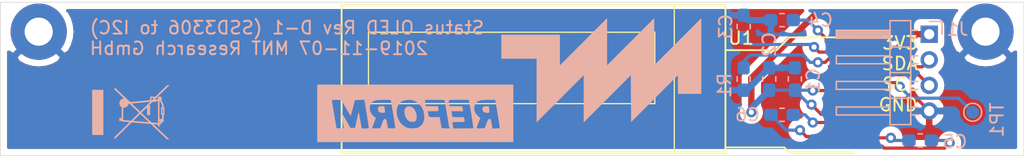
<source format=kicad_pcb>
(kicad_pcb (version 20171130) (host pcbnew 5.1.2+dfsg1-1)

  (general
    (thickness 1.6)
    (drawings 16)
    (tracks 86)
    (zones 0)
    (modules 14)
    (nets 14)
  )

  (page A4)
  (title_block
    (title "Reform Status Display OLED")
    (date 2019-11-07)
    (rev D-1)
    (company "MNT Research GmbH")
    (comment 1 GPLv3+)
    (comment 2 https://mntre.com)
  )

  (layers
    (0 F.Cu signal)
    (31 B.Cu signal)
    (32 B.Adhes user)
    (33 F.Adhes user)
    (34 B.Paste user)
    (35 F.Paste user)
    (36 B.SilkS user)
    (37 F.SilkS user)
    (38 B.Mask user)
    (39 F.Mask user)
    (40 Dwgs.User user hide)
    (41 Cmts.User user)
    (42 Eco1.User user)
    (43 Eco2.User user)
    (44 Edge.Cuts user)
    (45 Margin user)
    (46 B.CrtYd user)
    (47 F.CrtYd user)
    (48 B.Fab user hide)
    (49 F.Fab user hide)
  )

  (setup
    (last_trace_width 0.25)
    (trace_clearance 0.2)
    (zone_clearance 0.508)
    (zone_45_only no)
    (trace_min 0.2)
    (via_size 0.8)
    (via_drill 0.4)
    (via_min_size 0.4)
    (via_min_drill 0.3)
    (uvia_size 0.3)
    (uvia_drill 0.1)
    (uvias_allowed no)
    (uvia_min_size 0.2)
    (uvia_min_drill 0.1)
    (edge_width 0.05)
    (segment_width 0.2)
    (pcb_text_width 0.3)
    (pcb_text_size 1.5 1.5)
    (mod_edge_width 0.12)
    (mod_text_size 1 1)
    (mod_text_width 0.15)
    (pad_size 1.524 1.524)
    (pad_drill 0.762)
    (pad_to_mask_clearance 0.051)
    (solder_mask_min_width 0.25)
    (aux_axis_origin 0 0)
    (visible_elements FFFFFF7F)
    (pcbplotparams
      (layerselection 0x010fc_ffffffff)
      (usegerberextensions false)
      (usegerberattributes false)
      (usegerberadvancedattributes false)
      (creategerberjobfile false)
      (excludeedgelayer true)
      (linewidth 0.100000)
      (plotframeref false)
      (viasonmask false)
      (mode 1)
      (useauxorigin false)
      (hpglpennumber 1)
      (hpglpenspeed 20)
      (hpglpendiameter 15.000000)
      (psnegative false)
      (psa4output false)
      (plotreference true)
      (plotvalue true)
      (plotinvisibletext false)
      (padsonsilk false)
      (subtractmaskfromsilk false)
      (outputformat 1)
      (mirror false)
      (drillshape 0)
      (scaleselection 1)
      (outputdirectory "gerbers-d1"))
  )

  (net 0 "")
  (net 1 GND)
  (net 2 +3V3)
  (net 3 "Net-(C3-Pad1)")
  (net 4 "Net-(C4-Pad1)")
  (net 5 "Net-(C5-Pad2)")
  (net 6 "Net-(C5-Pad1)")
  (net 7 "Net-(C6-Pad2)")
  (net 8 "Net-(C6-Pad1)")
  (net 9 DISP_SCL)
  (net 10 DISP_SDA)
  (net 11 "Net-(R1-Pad1)")
  (net 12 "Net-(TP1-Pad1)")
  (net 13 "Net-(U1-Pad6)")

  (net_class Default "This is the default net class."
    (clearance 0.2)
    (trace_width 0.25)
    (via_dia 0.8)
    (via_drill 0.4)
    (uvia_dia 0.3)
    (uvia_drill 0.1)
    (add_net +3V3)
    (add_net DISP_SCL)
    (add_net DISP_SDA)
    (add_net GND)
    (add_net "Net-(C3-Pad1)")
    (add_net "Net-(C4-Pad1)")
    (add_net "Net-(C5-Pad1)")
    (add_net "Net-(C5-Pad2)")
    (add_net "Net-(C6-Pad1)")
    (add_net "Net-(C6-Pad2)")
    (add_net "Net-(R1-Pad1)")
    (add_net "Net-(TP1-Pad1)")
    (add_net "Net-(U1-Pad6)")
  )

  (module Symbol:WEEE-Logo_4.2x6mm_SilkScreen (layer B.Cu) (tedit 0) (tstamp 5DC45FEF)
    (at 113.6 97.1 90)
    (descr "Waste Electrical and Electronic Equipment Directive")
    (tags "Logo WEEE")
    (attr virtual)
    (fp_text reference REF** (at 0 0 90) (layer B.SilkS) hide
      (effects (font (size 1 1) (thickness 0.15)) (justify mirror))
    )
    (fp_text value WEEE-Logo_4.2x6mm_SilkScreen (at 0.75 0 90) (layer B.Fab) hide
      (effects (font (size 1 1) (thickness 0.15)) (justify mirror))
    )
    (fp_poly (pts (xy 2.12443 2.935152) (xy 2.123811 2.848069) (xy 1.672086 2.389109) (xy 1.220361 1.930148)
      (xy 1.220032 1.719529) (xy 1.219703 1.508911) (xy 0.94461 1.508911) (xy 0.937522 1.45547)
      (xy 0.934838 1.431112) (xy 0.930313 1.385241) (xy 0.924191 1.320595) (xy 0.916712 1.239909)
      (xy 0.908119 1.145919) (xy 0.898654 1.041363) (xy 0.888558 0.928975) (xy 0.878074 0.811493)
      (xy 0.867444 0.691652) (xy 0.856909 0.572189) (xy 0.846713 0.455841) (xy 0.837095 0.345343)
      (xy 0.8283 0.243431) (xy 0.820568 0.152842) (xy 0.814142 0.076313) (xy 0.809263 0.016579)
      (xy 0.806175 -0.023624) (xy 0.805117 -0.041559) (xy 0.805118 -0.041644) (xy 0.812827 -0.056035)
      (xy 0.835981 -0.085748) (xy 0.874895 -0.131131) (xy 0.929884 -0.192529) (xy 1.001264 -0.270288)
      (xy 1.089349 -0.364754) (xy 1.194454 -0.476272) (xy 1.316895 -0.605188) (xy 1.35131 -0.641287)
      (xy 1.897137 -1.213416) (xy 1.808881 -1.301436) (xy 1.737485 -1.223758) (xy 1.711366 -1.195686)
      (xy 1.670566 -1.152274) (xy 1.617777 -1.096366) (xy 1.555691 -1.030808) (xy 1.487 -0.958441)
      (xy 1.414396 -0.882112) (xy 1.37096 -0.836524) (xy 1.289416 -0.751119) (xy 1.223504 -0.68271)
      (xy 1.171544 -0.630053) (xy 1.131855 -0.591905) (xy 1.102757 -0.56702) (xy 1.082569 -0.554156)
      (xy 1.06961 -0.552068) (xy 1.0622 -0.559513) (xy 1.058658 -0.575246) (xy 1.057303 -0.598023)
      (xy 1.057121 -0.604239) (xy 1.047703 -0.647061) (xy 1.024497 -0.698819) (xy 0.992136 -0.751328)
      (xy 0.955252 -0.796403) (xy 0.940493 -0.810328) (xy 0.864767 -0.859047) (xy 0.776308 -0.886306)
      (xy 0.6981 -0.892773) (xy 0.609468 -0.880576) (xy 0.527612 -0.844813) (xy 0.455164 -0.786722)
      (xy 0.441797 -0.772262) (xy 0.392918 -0.716733) (xy -0.452674 -0.716733) (xy -0.452674 -0.892773)
      (xy -0.67901 -0.892773) (xy -0.67901 -0.810531) (xy -0.68185 -0.754386) (xy -0.691393 -0.715416)
      (xy -0.702991 -0.694219) (xy -0.711277 -0.679052) (xy -0.718373 -0.657062) (xy -0.724748 -0.624987)
      (xy -0.730872 -0.579569) (xy -0.737216 -0.517548) (xy -0.74425 -0.435662) (xy -0.749066 -0.374746)
      (xy -0.771161 -0.089343) (xy -1.313565 -0.638805) (xy -1.411637 -0.738228) (xy -1.505784 -0.833815)
      (xy -1.594285 -0.92381) (xy -1.67542 -1.006457) (xy -1.747469 -1.080001) (xy -1.808712 -1.142684)
      (xy -1.857427 -1.192752) (xy -1.891896 -1.228448) (xy -1.910379 -1.247995) (xy -1.940743 -1.278944)
      (xy -1.966071 -1.30053) (xy -1.979695 -1.307723) (xy -1.997095 -1.299297) (xy -2.02246 -1.278245)
      (xy -2.031058 -1.269671) (xy -2.067514 -1.23162) (xy -1.866802 -1.027658) (xy -1.815596 -0.975699)
      (xy -1.749569 -0.90882) (xy -1.671618 -0.82995) (xy -1.584638 -0.742014) (xy -1.491526 -0.647941)
      (xy -1.395179 -0.550658) (xy -1.298492 -0.453093) (xy -1.229134 -0.383145) (xy -1.123703 -0.27655)
      (xy -1.035129 -0.186307) (xy -0.962281 -0.111192) (xy -0.904023 -0.049986) (xy -0.859225 -0.001466)
      (xy -0.837021 0.023871) (xy -0.658724 0.023871) (xy -0.636401 -0.261555) (xy -0.629669 -0.345219)
      (xy -0.623157 -0.421727) (xy -0.617234 -0.487081) (xy -0.612268 -0.537281) (xy -0.608629 -0.568329)
      (xy -0.607458 -0.575273) (xy -0.600838 -0.603565) (xy 0.348636 -0.603565) (xy 0.354974 -0.524606)
      (xy 0.37411 -0.431315) (xy 0.414154 -0.348791) (xy 0.472582 -0.280038) (xy 0.546871 -0.228063)
      (xy 0.630252 -0.196863) (xy 0.657302 -0.182228) (xy 0.670844 -0.150819) (xy 0.671128 -0.149434)
      (xy 0.672753 -0.136174) (xy 0.670744 -0.122595) (xy 0.663142 -0.106181) (xy 0.647984 -0.084411)
      (xy 0.623312 -0.054767) (xy 0.587164 -0.014732) (xy 0.53758 0.038215) (xy 0.472599 0.106591)
      (xy 0.468401 0.110995) (xy 0.398507 0.184389) (xy 0.3242 0.262563) (xy 0.250586 0.340136)
      (xy 0.182771 0.411725) (xy 0.12586 0.471949) (xy 0.113168 0.485413) (xy 0.064513 0.53618)
      (xy 0.021291 0.579625) (xy -0.013395 0.612759) (xy -0.036444 0.632595) (xy -0.044182 0.636954)
      (xy -0.055722 0.62783) (xy -0.08271 0.6028) (xy -0.123021 0.563948) (xy -0.174529 0.513357)
      (xy -0.235109 0.453112) (xy -0.302636 0.385296) (xy -0.357826 0.329435) (xy -0.658724 0.023871)
      (xy -0.837021 0.023871) (xy -0.826751 0.035589) (xy -0.805471 0.062401) (xy -0.794251 0.080192)
      (xy -0.791754 0.08843) (xy -0.7927 0.10641) (xy -0.795573 0.147108) (xy -0.800187 0.208181)
      (xy -0.806358 0.287287) (xy -0.813898 0.382086) (xy -0.822621 0.490233) (xy -0.832343 0.609388)
      (xy -0.842876 0.737209) (xy -0.851365 0.839365) (xy -0.899396 1.415326) (xy -0.775805 1.415326)
      (xy -0.775273 1.402896) (xy -0.772769 1.36789) (xy -0.768496 1.312785) (xy -0.762653 1.240057)
      (xy -0.755443 1.152186) (xy -0.747066 1.051649) (xy -0.737723 0.940923) (xy -0.728758 0.835795)
      (xy -0.718602 0.716517) (xy -0.709142 0.60392) (xy -0.700596 0.500695) (xy -0.693179 0.409527)
      (xy -0.687108 0.333105) (xy -0.682601 0.274117) (xy -0.679873 0.235251) (xy -0.679116 0.220156)
      (xy -0.677935 0.210762) (xy -0.673256 0.207034) (xy -0.663276 0.210529) (xy -0.64619 0.222801)
      (xy -0.620196 0.245406) (xy -0.58349 0.2799) (xy -0.534267 0.327838) (xy -0.470726 0.390776)
      (xy -0.403305 0.458032) (xy -0.127601 0.733523) (xy -0.129533 0.735594) (xy 0.05271 0.735594)
      (xy 0.061016 0.72422) (xy 0.084267 0.697437) (xy 0.120135 0.657708) (xy 0.166287 0.607493)
      (xy 0.220394 0.549254) (xy 0.280126 0.485453) (xy 0.343152 0.418551) (xy 0.407142 0.35101)
      (xy 0.469764 0.28529) (xy 0.52869 0.223854) (xy 0.581588 0.169163) (xy 0.626128 0.123678)
      (xy 0.65998 0.089862) (xy 0.680812 0.070174) (xy 0.686494 0.066163) (xy 0.688366 0.079109)
      (xy 0.692254 0.114866) (xy 0.697943 0.171196) (xy 0.705219 0.24586) (xy 0.713869 0.33662)
      (xy 0.723678 0.441238) (xy 0.734434 0.557474) (xy 0.745921 0.683092) (xy 0.755093 0.784382)
      (xy 0.766826 0.915721) (xy 0.777665 1.039448) (xy 0.78743 1.153319) (xy 0.795937 1.255089)
      (xy 0.803005 1.342513) (xy 0.808451 1.413347) (xy 0.812092 1.465347) (xy 0.813747 1.496268)
      (xy 0.813558 1.504297) (xy 0.803666 1.497146) (xy 0.778476 1.474159) (xy 0.74019 1.437561)
      (xy 0.691011 1.389578) (xy 0.633139 1.332434) (xy 0.568778 1.268353) (xy 0.500129 1.199562)
      (xy 0.429395 1.128284) (xy 0.358778 1.056745) (xy 0.29048 0.98717) (xy 0.226704 0.921783)
      (xy 0.16965 0.862809) (xy 0.121522 0.812473) (xy 0.084522 0.773001) (xy 0.060852 0.746617)
      (xy 0.05271 0.735594) (xy -0.129533 0.735594) (xy -0.230409 0.843705) (xy -0.282768 0.899623)
      (xy -0.341535 0.962052) (xy -0.404385 1.028557) (xy -0.468995 1.096702) (xy -0.533042 1.164052)
      (xy -0.594203 1.228172) (xy -0.650153 1.286628) (xy -0.69857 1.336982) (xy -0.73713 1.376802)
      (xy -0.763509 1.40365) (xy -0.775384 1.415092) (xy -0.775805 1.415326) (xy -0.899396 1.415326)
      (xy -0.911401 1.559274) (xy -1.511938 2.190842) (xy -2.112475 2.822411) (xy -2.112034 2.910685)
      (xy -2.111592 2.99896) (xy -2.014583 2.895334) (xy -1.960291 2.837537) (xy -1.896192 2.769632)
      (xy -1.824016 2.693428) (xy -1.745492 2.610731) (xy -1.662349 2.523347) (xy -1.576319 2.433085)
      (xy -1.48913 2.34175) (xy -1.402513 2.251151) (xy -1.318197 2.163093) (xy -1.237912 2.079385)
      (xy -1.163387 2.001833) (xy -1.096354 1.932243) (xy -1.038541 1.872424) (xy -0.991679 1.824182)
      (xy -0.957496 1.789324) (xy -0.937724 1.769657) (xy -0.93339 1.765884) (xy -0.933092 1.779008)
      (xy -0.934731 1.812611) (xy -0.938023 1.86212) (xy -0.942682 1.922963) (xy -0.944682 1.947268)
      (xy -0.959577 2.125049) (xy -0.842955 2.125049) (xy -0.836934 2.096757) (xy -0.833863 2.074382)
      (xy -0.829548 2.032283) (xy -0.824488 1.975822) (xy -0.819181 1.910365) (xy -0.817344 1.886138)
      (xy -0.811927 1.816579) (xy -0.806459 1.751982) (xy -0.801488 1.698452) (xy -0.797561 1.66209)
      (xy -0.796675 1.655491) (xy -0.793334 1.641944) (xy -0.786101 1.626086) (xy -0.77344 1.606139)
      (xy -0.753811 1.580327) (xy -0.725678 1.546871) (xy -0.687502 1.503993) (xy -0.637746 1.449917)
      (xy -0.574871 1.382864) (xy -0.497341 1.301057) (xy -0.418251 1.21805) (xy -0.339564 1.135906)
      (xy -0.266112 1.059831) (xy -0.199724 0.991675) (xy -0.142227 0.933288) (xy -0.095451 0.886519)
      (xy -0.061224 0.853218) (xy -0.041373 0.835233) (xy -0.03714 0.832558) (xy -0.026003 0.842259)
      (xy 0.000029 0.867559) (xy 0.03843 0.905918) (xy 0.086672 0.9548) (xy 0.14223 1.011666)
      (xy 0.182408 1.053094) (xy 0.392169 1.27) (xy -0.226337 1.27) (xy -0.226337 1.508911)
      (xy 0.528119 1.508911) (xy 0.528119 1.402458) (xy 0.666435 1.540346) (xy 0.764553 1.63816)
      (xy 0.955643 1.63816) (xy 0.957471 1.62273) (xy 0.966723 1.614133) (xy 0.98905 1.610387)
      (xy 1.030105 1.609511) (xy 1.037376 1.609505) (xy 1.119109 1.609505) (xy 1.119109 1.828828)
      (xy 1.037376 1.747821) (xy 0.99127 1.698572) (xy 0.963694 1.660841) (xy 0.955643 1.63816)
      (xy 0.764553 1.63816) (xy 0.804752 1.678234) (xy 0.804752 1.801048) (xy 0.805137 1.85755)
      (xy 0.8069 1.893495) (xy 0.81095 1.91347) (xy 0.818199 1.922063) (xy 0.82913 1.923861)
      (xy 0.841288 1.926502) (xy 0.850273 1.937088) (xy 0.857174 1.959619) (xy 0.863076 1.998091)
      (xy 0.869065 2.056502) (xy 0.870987 2.077896) (xy 0.875148 2.125049) (xy -0.842955 2.125049)
      (xy -0.959577 2.125049) (xy -1.119109 2.125049) (xy -1.119109 2.238218) (xy -1.051314 2.238218)
      (xy -1.011662 2.239304) (xy -0.990116 2.244546) (xy -0.98748 2.247666) (xy -0.848616 2.247666)
      (xy -0.841308 2.240538) (xy -0.815993 2.238338) (xy -0.798908 2.238218) (xy -0.741881 2.238218)
      (xy -0.529221 2.238218) (xy 0.885302 2.238218) (xy 0.837458 2.287214) (xy 0.76315 2.347676)
      (xy 0.671184 2.394309) (xy 0.560002 2.427751) (xy 0.449529 2.446247) (xy 0.377227 2.454878)
      (xy 0.377227 2.36396) (xy -0.201188 2.36396) (xy -0.201188 2.467107) (xy -0.286065 2.458504)
      (xy -0.345368 2.451244) (xy -0.408551 2.441621) (xy -0.446386 2.434748) (xy -0.521832 2.419593)
      (xy -0.525526 2.328905) (xy -0.529221 2.238218) (xy -0.741881 2.238218) (xy -0.741881 2.288515)
      (xy -0.743544 2.320024) (xy -0.747697 2.337537) (xy -0.749371 2.338812) (xy -0.767987 2.330746)
      (xy -0.795183 2.31118) (xy -0.822448 2.287056) (xy -0.841267 2.265318) (xy -0.842943 2.262492)
      (xy -0.848616 2.247666) (xy -0.98748 2.247666) (xy -0.979662 2.256919) (xy -0.975442 2.270396)
      (xy -0.958219 2.305373) (xy -0.925138 2.347421) (xy -0.881893 2.390644) (xy -0.834174 2.429146)
      (xy -0.80283 2.449199) (xy -0.767123 2.471149) (xy -0.748819 2.489589) (xy -0.742388 2.511332)
      (xy -0.741894 2.524282) (xy -0.741894 2.527425) (xy -0.100594 2.527425) (xy -0.100594 2.464554)
      (xy 0.276633 2.464554) (xy 0.276633 2.527425) (xy -0.100594 2.527425) (xy -0.741894 2.527425)
      (xy -0.741881 2.565148) (xy -0.636048 2.565148) (xy -0.587355 2.563971) (xy -0.549405 2.560835)
      (xy -0.528308 2.556329) (xy -0.526023 2.554505) (xy -0.512641 2.551705) (xy -0.480074 2.552852)
      (xy -0.433916 2.557607) (xy -0.402376 2.561997) (xy -0.345188 2.570622) (xy -0.292886 2.578409)
      (xy -0.253582 2.584153) (xy -0.242055 2.585785) (xy -0.211937 2.595112) (xy -0.201188 2.609728)
      (xy -0.19792 2.61568) (xy -0.18623 2.620222) (xy -0.163288 2.62353) (xy -0.126265 2.625785)
      (xy -0.072332 2.627166) (xy 0.00134 2.62785) (xy 0.08802 2.62802) (xy 0.180529 2.627923)
      (xy 0.250906 2.62747) (xy 0.302164 2.62641) (xy 0.33732 2.624497) (xy 0.359389 2.621481)
      (xy 0.371385 2.617115) (xy 0.376324 2.611151) (xy 0.377227 2.604216) (xy 0.384921 2.582205)
      (xy 0.410121 2.569679) (xy 0.456009 2.565212) (xy 0.464264 2.565148) (xy 0.541973 2.557132)
      (xy 0.630233 2.535064) (xy 0.721085 2.501916) (xy 0.80657 2.460661) (xy 0.878726 2.414269)
      (xy 0.888072 2.406918) (xy 0.918533 2.383002) (xy 0.936572 2.373424) (xy 0.949169 2.37652)
      (xy 0.9621 2.389296) (xy 1.000293 2.414322) (xy 1.049998 2.423929) (xy 1.103524 2.418933)
      (xy 1.153178 2.400149) (xy 1.191267 2.368394) (xy 1.194025 2.364703) (xy 1.222526 2.305425)
      (xy 1.227828 2.244066) (xy 1.210518 2.185573) (xy 1.17118 2.134896) (xy 1.16637 2.130711)
      (xy 1.13844 2.110833) (xy 1.110102 2.102079) (xy 1.070263 2.101447) (xy 1.060311 2.102008)
      (xy 1.021332 2.103438) (xy 1.001254 2.100161) (xy 0.993985 2.090272) (xy 0.99324 2.081039)
      (xy 0.991716 2.054256) (xy 0.987935 2.013975) (xy 0.985218 1.989876) (xy 0.981277 1.951599)
      (xy 0.982916 1.932004) (xy 0.992421 1.924842) (xy 1.009351 1.923861) (xy 1.019392 1.927099)
      (xy 1.03559 1.93758) (xy 1.059145 1.956452) (xy 1.091257 1.984865) (xy 1.133128 2.023965)
      (xy 1.185957 2.074903) (xy 1.250945 2.138827) (xy 1.329291 2.216886) (xy 1.422197 2.310228)
      (xy 1.530863 2.420002) (xy 1.583231 2.473048) (xy 2.125049 3.022233) (xy 2.12443 2.935152)) (layer B.SilkS) (width 0.01))
    (fp_poly (pts (xy 1.747822 -3.017822) (xy -1.772971 -3.017822) (xy -1.772971 -2.150198) (xy 1.747822 -2.150198)
      (xy 1.747822 -3.017822)) (layer B.SilkS) (width 0.01))
  )

  (module KiCad-SSD1306_OLED-0:SSD1306_OLED-0.91-128x32 (layer F.Cu) (tedit 58CFEB7B) (tstamp 5DC43741)
    (at 130.074999 88.744999)
    (path /5EAB622B)
    (fp_text reference U1 (at 31.225001 2.555001 180) (layer F.SilkS)
      (effects (font (size 1 1) (thickness 0.15)))
    )
    (fp_text value SSD1306 (at 4.064 6.858) (layer F.Fab)
      (effects (font (size 1 1) (thickness 0.15)))
    )
    (fp_line (start 0 11.5) (end 0 0) (layer F.SilkS) (width 0.15))
    (fp_line (start 40 2.5) (end 35 2.5) (layer F.SilkS) (width 0.15))
    (fp_line (start 35 2.5) (end 34 3.5) (layer F.SilkS) (width 0.15))
    (fp_line (start 30 0) (end 30 11.5) (layer F.SilkS) (width 0.15))
    (fp_line (start 0 0) (end 30 0) (layer F.SilkS) (width 0.15))
    (fp_line (start 0 11.5) (end 30 11.5) (layer F.SilkS) (width 0.15))
    (fp_line (start 40 11.5) (end 35 11.5) (layer F.SilkS) (width 0.15))
    (fp_line (start 35 11.5) (end 34.6 11.1) (layer F.SilkS) (width 0.15))
    (fp_line (start 34.6 11.1) (end 30 11.1) (layer F.SilkS) (width 0.15))
    (fp_line (start 34 3.5) (end 30 3.5) (layer F.SilkS) (width 0.15))
    (fp_line (start 2.1 2.1) (end 24.48 2.1) (layer F.SilkS) (width 0.1))
    (fp_line (start 2.1 2.1) (end 2.1 7.68) (layer F.SilkS) (width 0.1))
    (fp_line (start 2.1 7.68) (end 24.48 7.68) (layer F.SilkS) (width 0.1))
    (fp_line (start 24.48 2.1) (end 24.48 7.68) (layer F.SilkS) (width 0.1))
    (fp_line (start 26 0) (end 26 11.5) (layer F.SilkS) (width 0.1))
    (pad 14 smd oval (at 40 2.94) (size 4 0.32) (layers F.Cu F.Paste F.Mask)
      (net 4 "Net-(C4-Pad1)"))
    (pad 13 smd oval (at 40 3.56) (size 4 0.32) (layers F.Cu F.Paste F.Mask)
      (net 3 "Net-(C3-Pad1)"))
    (pad 12 smd oval (at 40 4.18) (size 4 0.32) (layers F.Cu F.Paste F.Mask)
      (net 11 "Net-(R1-Pad1)"))
    (pad 11 smd oval (at 40 4.8) (size 4 0.32) (layers F.Cu F.Paste F.Mask)
      (net 10 DISP_SDA))
    (pad 10 smd oval (at 40 5.42) (size 4 0.32) (layers F.Cu F.Paste F.Mask)
      (net 9 DISP_SCL))
    (pad 9 smd oval (at 40 6.04) (size 4 0.32) (layers F.Cu F.Paste F.Mask)
      (net 12 "Net-(TP1-Pad1)"))
    (pad 8 smd oval (at 40 6.66) (size 4 0.32) (layers F.Cu F.Paste F.Mask)
      (net 2 +3V3))
    (pad 7 smd oval (at 40 7.28) (size 4 0.32) (layers F.Cu F.Paste F.Mask)
      (net 1 GND))
    (pad 6 smd oval (at 40 7.9) (size 4 0.32) (layers F.Cu F.Paste F.Mask)
      (net 13 "Net-(U1-Pad6)"))
    (pad 5 smd oval (at 40 8.52) (size 4 0.32) (layers F.Cu F.Paste F.Mask)
      (net 2 +3V3))
    (pad 4 smd oval (at 40 9.14) (size 4 0.32) (layers F.Cu F.Paste F.Mask)
      (net 7 "Net-(C6-Pad2)"))
    (pad 3 smd oval (at 40 9.76) (size 4 0.32) (layers F.Cu F.Paste F.Mask)
      (net 8 "Net-(C6-Pad1)"))
    (pad 2 smd oval (at 40 10.38) (size 4 0.32) (layers F.Cu F.Paste F.Mask)
      (net 5 "Net-(C5-Pad2)"))
    (pad 1 smd oval (at 40 11) (size 4 0.32) (layers F.Cu F.Paste F.Mask)
      (net 6 "Net-(C5-Pad1)"))
    (model ${KIPRJMOD}/KiCad-SSD1306_OLED-0.91-128x32/SSD1306_OLED-0.91-128x32.step
      (at (xyz 0 0 0))
      (scale (xyz 1 1 1))
      (rotate (xyz -90 0 0))
    )
  )

  (module TestPoint:TestPoint_Pad_D1.0mm (layer B.Cu) (tedit 5A0F774F) (tstamp 5DC43720)
    (at 179.4 97.1)
    (descr "SMD pad as test Point, diameter 1.0mm")
    (tags "test point SMD pad")
    (path /5DC4FB56)
    (attr virtual)
    (fp_text reference TP1 (at 1.9 0.6 90) (layer B.SilkS)
      (effects (font (size 1 1) (thickness 0.15)) (justify mirror))
    )
    (fp_text value TP_RES (at 0 -1.55) (layer B.Fab)
      (effects (font (size 1 1) (thickness 0.15)) (justify mirror))
    )
    (fp_circle (center 0 0) (end 0 -0.7) (layer B.SilkS) (width 0.12))
    (fp_circle (center 0 0) (end 1 0) (layer B.CrtYd) (width 0.05))
    (fp_text user %R (at 0 1.45) (layer B.Fab)
      (effects (font (size 1 1) (thickness 0.15)) (justify mirror))
    )
    (pad 1 smd circle (at 0 0) (size 1 1) (layers B.Cu B.Mask)
      (net 12 "Net-(TP1-Pad1)"))
  )

  (module Resistor_SMD:R_0603_1608Metric_Pad1.05x0.95mm_HandSolder (layer B.Cu) (tedit 5B301BBD) (tstamp 5DC43718)
    (at 161.5 94.5 270)
    (descr "Resistor SMD 0603 (1608 Metric), square (rectangular) end terminal, IPC_7351 nominal with elongated pad for handsoldering. (Body size source: http://www.tortai-tech.com/upload/download/2011102023233369053.pdf), generated with kicad-footprint-generator")
    (tags "resistor handsolder")
    (path /5DC8A9C1)
    (attr smd)
    (fp_text reference R1 (at 0.5 1.5 90) (layer B.SilkS)
      (effects (font (size 1 1) (thickness 0.15)) (justify mirror))
    )
    (fp_text value 330k (at 0 -1.43 90) (layer B.Fab)
      (effects (font (size 1 1) (thickness 0.15)) (justify mirror))
    )
    (fp_text user %R (at 0 0 90) (layer B.Fab)
      (effects (font (size 0.4 0.4) (thickness 0.06)) (justify mirror))
    )
    (fp_line (start 1.65 -0.73) (end -1.65 -0.73) (layer B.CrtYd) (width 0.05))
    (fp_line (start 1.65 0.73) (end 1.65 -0.73) (layer B.CrtYd) (width 0.05))
    (fp_line (start -1.65 0.73) (end 1.65 0.73) (layer B.CrtYd) (width 0.05))
    (fp_line (start -1.65 -0.73) (end -1.65 0.73) (layer B.CrtYd) (width 0.05))
    (fp_line (start -0.171267 -0.51) (end 0.171267 -0.51) (layer B.SilkS) (width 0.12))
    (fp_line (start -0.171267 0.51) (end 0.171267 0.51) (layer B.SilkS) (width 0.12))
    (fp_line (start 0.8 -0.4) (end -0.8 -0.4) (layer B.Fab) (width 0.1))
    (fp_line (start 0.8 0.4) (end 0.8 -0.4) (layer B.Fab) (width 0.1))
    (fp_line (start -0.8 0.4) (end 0.8 0.4) (layer B.Fab) (width 0.1))
    (fp_line (start -0.8 -0.4) (end -0.8 0.4) (layer B.Fab) (width 0.1))
    (pad 2 smd roundrect (at 0.875 0 270) (size 1.05 0.95) (layers B.Cu B.Paste B.Mask) (roundrect_rratio 0.25)
      (net 1 GND))
    (pad 1 smd roundrect (at -0.875 0 270) (size 1.05 0.95) (layers B.Cu B.Paste B.Mask) (roundrect_rratio 0.25)
      (net 11 "Net-(R1-Pad1)"))
    (model ${KISYS3DMOD}/Resistor_SMD.3dshapes/R_0603_1608Metric.wrl
      (at (xyz 0 0 0))
      (scale (xyz 1 1 1))
      (rotate (xyz 0 0 0))
    )
  )

  (module Connector_PinHeader_2.00mm:PinHeader_1x04_P2.00mm_Horizontal (layer B.Cu) (tedit 59FED667) (tstamp 5DC43707)
    (at 176 91 180)
    (descr "Through hole angled pin header, 1x04, 2.00mm pitch, 4.2mm pin length, single row")
    (tags "Through hole angled pin header THT 1x04 2.00mm single row")
    (path /5D0C1E6C)
    (fp_text reference J1 (at -2.2 0.4) (layer B.SilkS)
      (effects (font (size 1 1) (thickness 0.15)) (justify mirror))
    )
    (fp_text value AUX (at 3.1 -8) (layer B.Fab)
      (effects (font (size 1 1) (thickness 0.15)) (justify mirror))
    )
    (fp_text user %R (at 2.25 -3 -90) (layer B.Fab)
      (effects (font (size 0.9 0.9) (thickness 0.135)) (justify mirror))
    )
    (fp_line (start 7.7 1.5) (end -1.5 1.5) (layer B.CrtYd) (width 0.05))
    (fp_line (start 7.7 -7.5) (end 7.7 1.5) (layer B.CrtYd) (width 0.05))
    (fp_line (start -1.5 -7.5) (end 7.7 -7.5) (layer B.CrtYd) (width 0.05))
    (fp_line (start -1.5 1.5) (end -1.5 -7.5) (layer B.CrtYd) (width 0.05))
    (fp_line (start -1 1) (end 0 1) (layer B.SilkS) (width 0.12))
    (fp_line (start -1 0) (end -1 1) (layer B.SilkS) (width 0.12))
    (fp_line (start 0.882114 -6.31) (end 1.44 -6.31) (layer B.SilkS) (width 0.12))
    (fp_line (start 0.882114 -5.69) (end 1.44 -5.69) (layer B.SilkS) (width 0.12))
    (fp_line (start 7.26 -6.31) (end 3.06 -6.31) (layer B.SilkS) (width 0.12))
    (fp_line (start 7.26 -5.69) (end 7.26 -6.31) (layer B.SilkS) (width 0.12))
    (fp_line (start 3.06 -5.69) (end 7.26 -5.69) (layer B.SilkS) (width 0.12))
    (fp_line (start 1.44 -5) (end 3.06 -5) (layer B.SilkS) (width 0.12))
    (fp_line (start 0.882114 -4.31) (end 1.44 -4.31) (layer B.SilkS) (width 0.12))
    (fp_line (start 0.882114 -3.69) (end 1.44 -3.69) (layer B.SilkS) (width 0.12))
    (fp_line (start 7.26 -4.31) (end 3.06 -4.31) (layer B.SilkS) (width 0.12))
    (fp_line (start 7.26 -3.69) (end 7.26 -4.31) (layer B.SilkS) (width 0.12))
    (fp_line (start 3.06 -3.69) (end 7.26 -3.69) (layer B.SilkS) (width 0.12))
    (fp_line (start 1.44 -3) (end 3.06 -3) (layer B.SilkS) (width 0.12))
    (fp_line (start 0.882114 -2.31) (end 1.44 -2.31) (layer B.SilkS) (width 0.12))
    (fp_line (start 0.882114 -1.69) (end 1.44 -1.69) (layer B.SilkS) (width 0.12))
    (fp_line (start 7.26 -2.31) (end 3.06 -2.31) (layer B.SilkS) (width 0.12))
    (fp_line (start 7.26 -1.69) (end 7.26 -2.31) (layer B.SilkS) (width 0.12))
    (fp_line (start 3.06 -1.69) (end 7.26 -1.69) (layer B.SilkS) (width 0.12))
    (fp_line (start 1.44 -1) (end 3.06 -1) (layer B.SilkS) (width 0.12))
    (fp_line (start 0.935 -0.31) (end 1.44 -0.31) (layer B.SilkS) (width 0.12))
    (fp_line (start 0.935 0.31) (end 1.44 0.31) (layer B.SilkS) (width 0.12))
    (fp_line (start 3.06 -0.23) (end 7.26 -0.23) (layer B.SilkS) (width 0.12))
    (fp_line (start 3.06 -0.11) (end 7.26 -0.11) (layer B.SilkS) (width 0.12))
    (fp_line (start 3.06 0.01) (end 7.26 0.01) (layer B.SilkS) (width 0.12))
    (fp_line (start 3.06 0.13) (end 7.26 0.13) (layer B.SilkS) (width 0.12))
    (fp_line (start 3.06 0.25) (end 7.26 0.25) (layer B.SilkS) (width 0.12))
    (fp_line (start 7.26 -0.31) (end 3.06 -0.31) (layer B.SilkS) (width 0.12))
    (fp_line (start 7.26 0.31) (end 7.26 -0.31) (layer B.SilkS) (width 0.12))
    (fp_line (start 3.06 0.31) (end 7.26 0.31) (layer B.SilkS) (width 0.12))
    (fp_line (start 3.06 1.06) (end 1.44 1.06) (layer B.SilkS) (width 0.12))
    (fp_line (start 3.06 -7.06) (end 3.06 1.06) (layer B.SilkS) (width 0.12))
    (fp_line (start 1.44 -7.06) (end 3.06 -7.06) (layer B.SilkS) (width 0.12))
    (fp_line (start 1.44 1.06) (end 1.44 -7.06) (layer B.SilkS) (width 0.12))
    (fp_line (start 3 -6.25) (end 7.2 -6.25) (layer B.Fab) (width 0.1))
    (fp_line (start 7.2 -5.75) (end 7.2 -6.25) (layer B.Fab) (width 0.1))
    (fp_line (start 3 -5.75) (end 7.2 -5.75) (layer B.Fab) (width 0.1))
    (fp_line (start -0.25 -6.25) (end 1.5 -6.25) (layer B.Fab) (width 0.1))
    (fp_line (start -0.25 -5.75) (end -0.25 -6.25) (layer B.Fab) (width 0.1))
    (fp_line (start -0.25 -5.75) (end 1.5 -5.75) (layer B.Fab) (width 0.1))
    (fp_line (start 3 -4.25) (end 7.2 -4.25) (layer B.Fab) (width 0.1))
    (fp_line (start 7.2 -3.75) (end 7.2 -4.25) (layer B.Fab) (width 0.1))
    (fp_line (start 3 -3.75) (end 7.2 -3.75) (layer B.Fab) (width 0.1))
    (fp_line (start -0.25 -4.25) (end 1.5 -4.25) (layer B.Fab) (width 0.1))
    (fp_line (start -0.25 -3.75) (end -0.25 -4.25) (layer B.Fab) (width 0.1))
    (fp_line (start -0.25 -3.75) (end 1.5 -3.75) (layer B.Fab) (width 0.1))
    (fp_line (start 3 -2.25) (end 7.2 -2.25) (layer B.Fab) (width 0.1))
    (fp_line (start 7.2 -1.75) (end 7.2 -2.25) (layer B.Fab) (width 0.1))
    (fp_line (start 3 -1.75) (end 7.2 -1.75) (layer B.Fab) (width 0.1))
    (fp_line (start -0.25 -2.25) (end 1.5 -2.25) (layer B.Fab) (width 0.1))
    (fp_line (start -0.25 -1.75) (end -0.25 -2.25) (layer B.Fab) (width 0.1))
    (fp_line (start -0.25 -1.75) (end 1.5 -1.75) (layer B.Fab) (width 0.1))
    (fp_line (start 3 -0.25) (end 7.2 -0.25) (layer B.Fab) (width 0.1))
    (fp_line (start 7.2 0.25) (end 7.2 -0.25) (layer B.Fab) (width 0.1))
    (fp_line (start 3 0.25) (end 7.2 0.25) (layer B.Fab) (width 0.1))
    (fp_line (start -0.25 -0.25) (end 1.5 -0.25) (layer B.Fab) (width 0.1))
    (fp_line (start -0.25 0.25) (end -0.25 -0.25) (layer B.Fab) (width 0.1))
    (fp_line (start -0.25 0.25) (end 1.5 0.25) (layer B.Fab) (width 0.1))
    (fp_line (start 1.5 0.625) (end 1.875 1) (layer B.Fab) (width 0.1))
    (fp_line (start 1.5 -7) (end 1.5 0.625) (layer B.Fab) (width 0.1))
    (fp_line (start 3 -7) (end 1.5 -7) (layer B.Fab) (width 0.1))
    (fp_line (start 3 1) (end 3 -7) (layer B.Fab) (width 0.1))
    (fp_line (start 1.875 1) (end 3 1) (layer B.Fab) (width 0.1))
    (pad 4 thru_hole oval (at 0 -6 180) (size 1.35 1.35) (drill 0.8) (layers *.Cu *.Mask)
      (net 1 GND))
    (pad 3 thru_hole oval (at 0 -4 180) (size 1.35 1.35) (drill 0.8) (layers *.Cu *.Mask)
      (net 9 DISP_SCL))
    (pad 2 thru_hole oval (at 0 -2 180) (size 1.35 1.35) (drill 0.8) (layers *.Cu *.Mask)
      (net 10 DISP_SDA))
    (pad 1 thru_hole rect (at 0 0 180) (size 1.35 1.35) (drill 0.8) (layers *.Cu *.Mask)
      (net 2 +3V3))
    (model ${KISYS3DMOD}/Connector_PinHeader_2.00mm.3dshapes/PinHeader_1x04_P2.00mm_Horizontal.wrl
      (at (xyz 0 0 0))
      (scale (xyz 1 1 1))
      (rotate (xyz 0 0 0))
    )
  )

  (module MountingHole:MountingHole_2.2mm_M2_Pad (layer F.Cu) (tedit 56D1B4CB) (tstamp 5DC436BB)
    (at 180.4 90.8)
    (descr "Mounting Hole 2.2mm, M2")
    (tags "mounting hole 2.2mm m2")
    (path /5CFABDD2)
    (attr virtual)
    (fp_text reference H2 (at 0 -3.2) (layer F.SilkS) hide
      (effects (font (size 1 1) (thickness 0.15)))
    )
    (fp_text value MH2 (at 0 3.2) (layer F.Fab)
      (effects (font (size 1 1) (thickness 0.15)))
    )
    (fp_circle (center 0 0) (end 2.45 0) (layer F.CrtYd) (width 0.05))
    (fp_circle (center 0 0) (end 2.2 0) (layer Cmts.User) (width 0.15))
    (fp_text user %R (at 0.3 0) (layer F.Fab)
      (effects (font (size 1 1) (thickness 0.15)))
    )
    (pad 1 thru_hole circle (at 0 0) (size 4.4 4.4) (drill 2.2) (layers *.Cu *.Mask)
      (net 1 GND))
  )

  (module MountingHole:MountingHole_2.2mm_M2_Pad (layer F.Cu) (tedit 56D1B4CB) (tstamp 5DC436B3)
    (at 106.4 90.8)
    (descr "Mounting Hole 2.2mm, M2")
    (tags "mounting hole 2.2mm m2")
    (path /5CFAB6F9)
    (attr virtual)
    (fp_text reference H1 (at 0 -3.2) (layer F.SilkS) hide
      (effects (font (size 1 1) (thickness 0.15)))
    )
    (fp_text value MH1 (at 0 3.2) (layer F.Fab)
      (effects (font (size 1 1) (thickness 0.15)))
    )
    (fp_circle (center 0 0) (end 2.45 0) (layer F.CrtYd) (width 0.05))
    (fp_circle (center 0 0) (end 2.2 0) (layer Cmts.User) (width 0.15))
    (fp_text user %R (at 0.3 0) (layer F.Fab)
      (effects (font (size 1 1) (thickness 0.15)))
    )
    (pad 1 thru_hole circle (at 0 0) (size 4.4 4.4) (drill 2.2) (layers *.Cu *.Mask)
      (net 1 GND))
  )

  (module reform2:mntreform (layer B.Cu) (tedit 0) (tstamp 5DC436AB)
    (at 143.2 94.6 180)
    (path /5CFBB66E)
    (fp_text reference GFX1 (at 0 0) (layer B.SilkS) hide
      (effects (font (size 1.524 1.524) (thickness 0.3)) (justify mirror))
    )
    (fp_text value MNT (at 0.75 0) (layer B.SilkS) hide
      (effects (font (size 1.524 1.524) (thickness 0.3)) (justify mirror))
    )
    (fp_poly (pts (xy 10.117124 -2.042305) (xy 10.213493 -2.068317) (xy 10.2362 -2.0828) (xy 10.283474 -2.182328)
      (xy 10.282771 -2.309656) (xy 10.238382 -2.425977) (xy 10.192914 -2.474099) (xy 10.098837 -2.51513)
      (xy 9.979031 -2.536803) (xy 9.860644 -2.538622) (xy 9.770822 -2.520094) (xy 9.736667 -2.482408)
      (xy 9.742154 -2.407635) (xy 9.755996 -2.286143) (xy 9.763588 -2.228408) (xy 9.790508 -2.032)
      (xy 9.987954 -2.032) (xy 10.117124 -2.042305)) (layer B.SilkS) (width 0.01))
    (fp_poly (pts (xy 7.991232 -2.056282) (xy 8.108758 -2.135909) (xy 8.187726 -2.270403) (xy 8.215834 -2.448887)
      (xy 8.195887 -2.649864) (xy 8.13069 -2.85184) (xy 8.023051 -3.033319) (xy 7.985869 -3.077335)
      (xy 7.870219 -3.181113) (xy 7.747202 -3.231109) (xy 7.660879 -3.243809) (xy 7.528934 -3.245599)
      (xy 7.424274 -3.228387) (xy 7.400925 -3.218145) (xy 7.310846 -3.116448) (xy 7.266466 -2.965105)
      (xy 7.263688 -2.782945) (xy 7.298416 -2.588795) (xy 7.366553 -2.401485) (xy 7.464001 -2.239843)
      (xy 7.586664 -2.122696) (xy 7.646262 -2.090643) (xy 7.83676 -2.037587) (xy 7.991232 -2.056282)) (layer B.SilkS) (width 0.01))
    (fp_poly (pts (xy 1.94679 -2.042305) (xy 2.04316 -2.068317) (xy 2.065867 -2.0828) (xy 2.113141 -2.182328)
      (xy 2.112437 -2.309656) (xy 2.068049 -2.425977) (xy 2.022581 -2.474099) (xy 1.928503 -2.51513)
      (xy 1.808697 -2.536803) (xy 1.69031 -2.538622) (xy 1.600489 -2.520094) (xy 1.566334 -2.482408)
      (xy 1.57182 -2.407635) (xy 1.585662 -2.286143) (xy 1.593254 -2.228408) (xy 1.620175 -2.032)
      (xy 1.817621 -2.032) (xy 1.94679 -2.042305)) (layer B.SilkS) (width 0.01))
    (fp_poly (pts (xy -3.937 1.164532) (xy -3.937 3.556) (xy 0.635 3.556) (xy 0.635 1.693334)
      (xy -2.116666 1.693334) (xy -2.116666 -3.280468) (xy -5.799666 0.401802) (xy -5.799666 -3.280468)
      (xy -9.481752 0.400888) (xy -9.492793 -1.429465) (xy -9.503833 -3.259818) (xy -11.33475 -1.428886)
      (xy -13.165666 0.402045) (xy -13.165666 -1.058333) (xy -14.986 -1.058333) (xy -14.986 4.846802)
      (xy -11.303 1.164532) (xy -11.303 4.846802) (xy -7.62 1.164532) (xy -7.62 4.846802)
      (xy -3.937 1.164532)) (layer B.SilkS) (width 0.01))
    (fp_poly (pts (xy 15.028334 -4.826) (xy -0.296333 -4.826) (xy -0.296333 -3.771528) (xy 4.691425 -3.771528)
      (xy 5.310815 -3.7465) (xy 5.383276 -3.323166) (xy 5.413816 -3.14519) (xy 5.438547 -3.001896)
      (xy 5.454332 -2.911414) (xy 5.458369 -2.88925) (xy 5.498866 -2.88479) (xy 5.605895 -2.881259)
      (xy 5.761323 -2.879108) (xy 5.881481 -2.878666) (xy 6.07687 -2.878519) (xy 6.204431 -2.871043)
      (xy 6.280941 -2.845683) (xy 6.323177 -2.791887) (xy 6.342036 -2.721151) (xy 6.660975 -2.721151)
      (xy 6.664272 -3.029483) (xy 6.73412 -3.290223) (xy 6.868907 -3.500061) (xy 7.067023 -3.655685)
      (xy 7.131415 -3.688094) (xy 7.325625 -3.744376) (xy 7.561391 -3.766557) (xy 7.802781 -3.754654)
      (xy 8.013863 -3.708686) (xy 8.067268 -3.687639) (xy 8.079775 -3.679872) (xy 8.932334 -3.679872)
      (xy 8.94012 -3.72721) (xy 8.976004 -3.753645) (xy 9.058769 -3.765142) (xy 9.207202 -3.767666)
      (xy 9.208829 -3.767666) (xy 9.384722 -3.759843) (xy 9.48269 -3.735707) (xy 9.506665 -3.712052)
      (xy 9.523715 -3.645125) (xy 9.548931 -3.520067) (xy 9.577218 -3.362367) (xy 9.580715 -3.341635)
      (xy 9.609793 -3.180982) (xy 9.635932 -3.086724) (xy 9.667784 -3.041388) (xy 9.714002 -3.0275)
      (xy 9.736598 -3.026833) (xy 9.789346 -3.035633) (xy 9.83344 -3.072068) (xy 9.878717 -3.15119)
      (xy 9.935016 -3.288049) (xy 9.971779 -3.386666) (xy 10.103785 -3.7465) (xy 10.428226 -3.758864)
      (xy 10.581744 -3.7624) (xy 10.696039 -3.760623) (xy 10.75068 -3.753973) (xy 10.752667 -3.751912)
      (xy 10.742923 -3.720735) (xy 10.999213 -3.720735) (xy 10.999339 -3.746227) (xy 11.04975 -3.757415)
      (xy 11.159665 -3.765172) (xy 11.285888 -3.767666) (xy 11.550997 -3.767666) (xy 11.595153 -3.545416)
      (xy 11.622593 -3.400649) (xy 11.657653 -3.206443) (xy 11.694217 -2.996901) (xy 11.707044 -2.92147)
      (xy 11.737361 -2.747944) (xy 11.763592 -2.609219) (xy 11.782069 -2.524128) (xy 11.787843 -2.506712)
      (xy 11.794852 -2.511974) (xy 11.806526 -2.544916) (xy 11.82513 -2.614982) (xy 11.852927 -2.731616)
      (xy 11.892182 -2.904262) (xy 11.945159 -3.142363) (xy 12.001347 -3.39725) (xy 12.073499 -3.725333)
      (xy 12.439598 -3.725333) (xy 12.767761 -3.133072) (xy 12.879478 -2.934284) (xy 12.977035 -2.766055)
      (xy 13.053227 -2.640381) (xy 13.100853 -2.569259) (xy 13.113089 -2.557978) (xy 13.113113 -2.603795)
      (xy 13.101008 -2.716981) (xy 13.078805 -2.881433) (xy 13.048533 -3.081044) (xy 13.042128 -3.121053)
      (xy 13.009097 -3.329498) (xy 12.981707 -3.509644) (xy 12.962537 -3.643987) (xy 12.954165 -3.71502)
      (xy 12.954 -3.719249) (xy 12.982587 -3.748297) (xy 13.074966 -3.761073) (xy 13.23975 -3.759017)
      (xy 13.5255 -3.7465) (xy 13.703001 -2.709333) (xy 13.75212 -2.419917) (xy 13.79622 -2.155467)
      (xy 13.833312 -1.9283) (xy 13.861404 -1.750729) (xy 13.878504 -1.635069) (xy 13.882917 -1.596435)
      (xy 13.87603 -1.560188) (xy 13.841855 -1.538827) (xy 13.764389 -1.529586) (xy 13.627631 -1.529698)
      (xy 13.515585 -1.532935) (xy 13.145836 -1.545166) (xy 12.785842 -2.166562) (xy 12.666874 -2.369727)
      (xy 12.562781 -2.54334) (xy 12.48072 -2.675798) (xy 12.427848 -2.755499) (xy 12.411425 -2.773536)
      (xy 12.396408 -2.729604) (xy 12.364725 -2.618323) (xy 12.320406 -2.454441) (xy 12.267483 -2.252704)
      (xy 12.241585 -2.15214) (xy 12.086167 -1.545166) (xy 11.717972 -1.532967) (xy 11.349776 -1.520768)
      (xy 11.324376 -1.659967) (xy 11.281057 -1.903238) (xy 11.234998 -2.172056) (xy 11.188144 -2.453942)
      (xy 11.142439 -2.736414) (xy 11.099828 -3.006991) (xy 11.062256 -3.253193) (xy 11.031666 -3.462538)
      (xy 11.010003 -3.622545) (xy 10.999213 -3.720735) (xy 10.742923 -3.720735) (xy 10.738515 -3.706635)
      (xy 10.700409 -3.600312) (xy 10.644874 -3.450887) (xy 10.603669 -3.342154) (xy 10.45467 -2.951712)
      (xy 10.630344 -2.801342) (xy 10.790472 -2.631746) (xy 10.883553 -2.444383) (xy 10.920329 -2.214917)
      (xy 10.922 -2.140666) (xy 10.888503 -1.916511) (xy 10.788233 -1.744388) (xy 10.621524 -1.624702)
      (xy 10.452642 -1.569496) (xy 10.343493 -1.553797) (xy 10.187203 -1.541035) (xy 10.001886 -1.531533)
      (xy 9.805658 -1.525616) (xy 9.616634 -1.523611) (xy 9.452932 -1.525842) (xy 9.332665 -1.532633)
      (xy 9.27395 -1.544311) (xy 9.271 -1.548294) (xy 9.264282 -1.595117) (xy 9.245409 -1.713697)
      (xy 9.216302 -1.892304) (xy 9.178881 -2.119208) (xy 9.135069 -2.382677) (xy 9.101667 -2.582333)
      (xy 9.054216 -2.868813) (xy 9.011898 -3.131072) (xy 8.976673 -3.356397) (xy 8.950503 -3.532078)
      (xy 8.935349 -3.645405) (xy 8.932334 -3.679872) (xy 8.079775 -3.679872) (xy 8.319003 -3.531313)
      (xy 8.525867 -3.319724) (xy 8.682922 -3.06761) (xy 8.78523 -2.78971) (xy 8.827853 -2.500764)
      (xy 8.805853 -2.215509) (xy 8.714293 -1.948687) (xy 8.673954 -1.876747) (xy 8.537442 -1.715707)
      (xy 8.354337 -1.607635) (xy 8.113094 -1.546859) (xy 7.974175 -1.532878) (xy 7.681292 -1.538173)
      (xy 7.433834 -1.600994) (xy 7.208452 -1.729489) (xy 7.064829 -1.850121) (xy 6.859926 -2.098255)
      (xy 6.724856 -2.394102) (xy 6.660975 -2.721151) (xy 6.342036 -2.721151) (xy 6.347916 -2.6991)
      (xy 6.369389 -2.57175) (xy 6.39617 -2.413) (xy 5.970918 -2.413) (xy 5.771951 -2.412189)
      (xy 5.64425 -2.40419) (xy 5.574422 -2.380649) (xy 5.549075 -2.333215) (xy 5.554815 -2.253534)
      (xy 5.572125 -2.164291) (xy 5.598584 -2.032) (xy 6.550589 -2.032) (xy 6.576829 -1.87325)
      (xy 6.594704 -1.740592) (xy 6.603393 -1.628194) (xy 6.603534 -1.61925) (xy 6.604 -1.524)
      (xy 5.842807 -1.524) (xy 5.572193 -1.524286) (xy 5.374387 -1.526106) (xy 5.237527 -1.530904)
      (xy 5.149755 -1.540123) (xy 5.099211 -1.555204) (xy 5.074035 -1.577591) (xy 5.062367 -1.608727)
      (xy 5.059896 -1.61925) (xy 5.046816 -1.688076) (xy 5.022504 -1.826758) (xy 4.989289 -2.021578)
      (xy 4.949502 -2.258821) (xy 4.905475 -2.524767) (xy 4.889073 -2.624666) (xy 4.84385 -2.89937)
      (xy 4.801852 -3.151987) (xy 4.765463 -3.368362) (xy 4.73707 -3.534342) (xy 4.719059 -3.635773)
      (xy 4.715695 -3.653181) (xy 4.691425 -3.771528) (xy -0.296333 -3.771528) (xy -0.296333 -3.707921)
      (xy 0.762 -3.707921) (xy 0.783206 -3.741171) (xy 0.856224 -3.759996) (xy 0.995153 -3.767292)
      (xy 1.052799 -3.767666) (xy 1.343598 -3.767666) (xy 1.402329 -3.39725) (xy 1.431899 -3.220256)
      (xy 1.456798 -3.110912) (xy 1.484156 -3.053029) (xy 1.521101 -3.030416) (xy 1.565427 -3.026833)
      (xy 1.618658 -3.035432) (xy 1.663063 -3.071253) (xy 1.708608 -3.149332) (xy 1.765258 -3.284708)
      (xy 1.803876 -3.386666) (xy 1.937956 -3.7465) (xy 2.263582 -3.758925) (xy 2.405214 -3.765615)
      (xy 2.499167 -3.764527) (xy 2.549167 -3.743012) (xy 2.553084 -3.721126) (xy 2.828852 -3.721126)
      (xy 2.829006 -3.746227) (xy 2.876194 -3.753052) (xy 2.994283 -3.75898) (xy 3.169511 -3.763639)
      (xy 3.388113 -3.766657) (xy 3.622835 -3.767666) (xy 4.395225 -3.767666) (xy 4.423205 -3.58775)
      (xy 4.445679 -3.456991) (xy 4.467195 -3.352895) (xy 4.472112 -3.33375) (xy 4.474195 -3.30195)
      (xy 4.450121 -3.280776) (xy 4.386453 -3.268103) (xy 4.269755 -3.261809) (xy 4.086591 -3.259768)
      (xy 4.003353 -3.259666) (xy 3.793866 -3.259027) (xy 3.6547 -3.255246) (xy 3.571509 -3.245531)
      (xy 3.529948 -3.227087) (xy 3.515671 -3.197121) (xy 3.514245 -3.164416) (xy 3.526262 -3.041815)
      (xy 3.540349 -2.973916) (xy 3.555913 -2.932064) (xy 3.586179 -2.904693) (xy 3.646797 -2.888737)
      (xy 3.753417 -2.881129) (xy 3.921689 -2.878805) (xy 4.026604 -2.878666) (xy 4.230407 -2.877328)
      (xy 4.363996 -2.871769) (xy 4.441799 -2.859671) (xy 4.478247 -2.838716) (xy 4.487771 -2.806585)
      (xy 4.487799 -2.804583) (xy 4.494862 -2.714259) (xy 4.511561 -2.590006) (xy 4.514505 -2.57175)
      (xy 4.540745 -2.413) (xy 3.630084 -2.413) (xy 3.656542 -2.280708) (xy 3.675413 -2.168843)
      (xy 3.683 -2.090208) (xy 3.699983 -2.064617) (xy 3.758884 -2.047406) (xy 3.871636 -2.037199)
      (xy 4.050168 -2.032619) (xy 4.187771 -2.032) (xy 4.692542 -2.032) (xy 4.730536 -1.80975)
      (xy 4.749093 -1.679258) (xy 4.755683 -1.584447) (xy 4.752433 -1.55575) (xy 4.707023 -1.545689)
      (xy 4.59053 -1.536941) (xy 4.416534 -1.530049) (xy 4.198615 -1.525555) (xy 3.957587 -1.524)
      (xy 3.178837 -1.524) (xy 3.153739 -1.661583) (xy 3.110408 -1.904994) (xy 3.064347 -2.173887)
      (xy 3.017503 -2.45578) (xy 2.971819 -2.73819) (xy 2.929239 -3.008636) (xy 2.891708 -3.254634)
      (xy 2.86117 -3.463704) (xy 2.83957 -3.623362) (xy 2.828852 -3.721126) (xy 2.553084 -3.721126)
      (xy 2.558939 -3.688417) (xy 2.532207 -3.588094) (xy 2.472697 -3.429392) (xy 2.409013 -3.265014)
      (xy 2.289375 -2.952861) (xy 2.481862 -2.77818) (xy 2.643939 -2.587356) (xy 2.739306 -2.380048)
      (xy 2.770254 -2.169867) (xy 2.739075 -1.970421) (xy 2.648061 -1.795319) (xy 2.499502 -1.658171)
      (xy 2.295692 -1.572585) (xy 2.278178 -1.56861) (xy 2.171638 -1.553441) (xy 2.017253 -1.540998)
      (xy 1.833198 -1.531621) (xy 1.637646 -1.525649) (xy 1.448773 -1.523421) (xy 1.284752 -1.525276)
      (xy 1.163758 -1.531555) (xy 1.103966 -1.542596) (xy 1.100667 -1.546622) (xy 1.094135 -1.592932)
      (xy 1.075765 -1.711256) (xy 1.047398 -1.890053) (xy 1.010873 -2.117783) (xy 0.968031 -2.382904)
      (xy 0.931334 -2.60871) (xy 0.884661 -2.897535) (xy 0.842913 -3.160334) (xy 0.807952 -3.385025)
      (xy 0.781639 -3.559521) (xy 0.765836 -3.671738) (xy 0.762 -3.707921) (xy -0.296333 -3.707921)
      (xy -0.296333 -0.338666) (xy 15.028334 -0.338666) (xy 15.028334 -4.826)) (layer B.SilkS) (width 0.01))
  )

  (module Capacitor_SMD:C_0603_1608Metric_Pad1.05x0.95mm_HandSolder (layer B.Cu) (tedit 5B301BBE) (tstamp 5DC436A2)
    (at 164.5 97.3)
    (descr "Capacitor SMD 0603 (1608 Metric), square (rectangular) end terminal, IPC_7351 nominal with elongated pad for handsoldering. (Body size source: http://www.tortai-tech.com/upload/download/2011102023233369053.pdf), generated with kicad-footprint-generator")
    (tags "capacitor handsolder")
    (path /5DC82D60)
    (attr smd)
    (fp_text reference C6 (at -2.7 0 180) (layer B.SilkS)
      (effects (font (size 1 1) (thickness 0.15)) (justify mirror))
    )
    (fp_text value 1uF (at 0 -1.43 180) (layer B.Fab)
      (effects (font (size 1 1) (thickness 0.15)) (justify mirror))
    )
    (fp_text user %R (at 0 0 180) (layer B.Fab)
      (effects (font (size 0.4 0.4) (thickness 0.06)) (justify mirror))
    )
    (fp_line (start 1.65 -0.73) (end -1.65 -0.73) (layer B.CrtYd) (width 0.05))
    (fp_line (start 1.65 0.73) (end 1.65 -0.73) (layer B.CrtYd) (width 0.05))
    (fp_line (start -1.65 0.73) (end 1.65 0.73) (layer B.CrtYd) (width 0.05))
    (fp_line (start -1.65 -0.73) (end -1.65 0.73) (layer B.CrtYd) (width 0.05))
    (fp_line (start -0.171267 -0.51) (end 0.171267 -0.51) (layer B.SilkS) (width 0.12))
    (fp_line (start -0.171267 0.51) (end 0.171267 0.51) (layer B.SilkS) (width 0.12))
    (fp_line (start 0.8 -0.4) (end -0.8 -0.4) (layer B.Fab) (width 0.1))
    (fp_line (start 0.8 0.4) (end 0.8 -0.4) (layer B.Fab) (width 0.1))
    (fp_line (start -0.8 0.4) (end 0.8 0.4) (layer B.Fab) (width 0.1))
    (fp_line (start -0.8 -0.4) (end -0.8 0.4) (layer B.Fab) (width 0.1))
    (pad 2 smd roundrect (at 0.875 0) (size 1.05 0.95) (layers B.Cu B.Paste B.Mask) (roundrect_rratio 0.25)
      (net 7 "Net-(C6-Pad2)"))
    (pad 1 smd roundrect (at -0.875 0) (size 1.05 0.95) (layers B.Cu B.Paste B.Mask) (roundrect_rratio 0.25)
      (net 8 "Net-(C6-Pad1)"))
    (model ${KISYS3DMOD}/Capacitor_SMD.3dshapes/C_0603_1608Metric.wrl
      (at (xyz 0 0 0))
      (scale (xyz 1 1 1))
      (rotate (xyz 0 0 0))
    )
  )

  (module Capacitor_SMD:C_0603_1608Metric_Pad1.05x0.95mm_HandSolder (layer B.Cu) (tedit 5B301BBE) (tstamp 5DC43691)
    (at 175.3 99.3 180)
    (descr "Capacitor SMD 0603 (1608 Metric), square (rectangular) end terminal, IPC_7351 nominal with elongated pad for handsoldering. (Body size source: http://www.tortai-tech.com/upload/download/2011102023233369053.pdf), generated with kicad-footprint-generator")
    (tags "capacitor handsolder")
    (path /5DC7F0C4)
    (attr smd)
    (fp_text reference C5 (at -2.7 -0.1 180) (layer B.SilkS)
      (effects (font (size 1 1) (thickness 0.15)) (justify mirror))
    )
    (fp_text value 1uF (at 0 -1.43 180) (layer B.Fab)
      (effects (font (size 1 1) (thickness 0.15)) (justify mirror))
    )
    (fp_text user %R (at 0 0 180) (layer B.Fab)
      (effects (font (size 0.4 0.4) (thickness 0.06)) (justify mirror))
    )
    (fp_line (start 1.65 -0.73) (end -1.65 -0.73) (layer B.CrtYd) (width 0.05))
    (fp_line (start 1.65 0.73) (end 1.65 -0.73) (layer B.CrtYd) (width 0.05))
    (fp_line (start -1.65 0.73) (end 1.65 0.73) (layer B.CrtYd) (width 0.05))
    (fp_line (start -1.65 -0.73) (end -1.65 0.73) (layer B.CrtYd) (width 0.05))
    (fp_line (start -0.171267 -0.51) (end 0.171267 -0.51) (layer B.SilkS) (width 0.12))
    (fp_line (start -0.171267 0.51) (end 0.171267 0.51) (layer B.SilkS) (width 0.12))
    (fp_line (start 0.8 -0.4) (end -0.8 -0.4) (layer B.Fab) (width 0.1))
    (fp_line (start 0.8 0.4) (end 0.8 -0.4) (layer B.Fab) (width 0.1))
    (fp_line (start -0.8 0.4) (end 0.8 0.4) (layer B.Fab) (width 0.1))
    (fp_line (start -0.8 -0.4) (end -0.8 0.4) (layer B.Fab) (width 0.1))
    (pad 2 smd roundrect (at 0.875 0 180) (size 1.05 0.95) (layers B.Cu B.Paste B.Mask) (roundrect_rratio 0.25)
      (net 5 "Net-(C5-Pad2)"))
    (pad 1 smd roundrect (at -0.875 0 180) (size 1.05 0.95) (layers B.Cu B.Paste B.Mask) (roundrect_rratio 0.25)
      (net 6 "Net-(C5-Pad1)"))
    (model ${KISYS3DMOD}/Capacitor_SMD.3dshapes/C_0603_1608Metric.wrl
      (at (xyz 0 0 0))
      (scale (xyz 1 1 1))
      (rotate (xyz 0 0 0))
    )
  )

  (module Capacitor_SMD:C_0603_1608Metric_Pad1.05x0.95mm_HandSolder (layer B.Cu) (tedit 5B301BBE) (tstamp 5DC43680)
    (at 164.5 89.9 180)
    (descr "Capacitor SMD 0603 (1608 Metric), square (rectangular) end terminal, IPC_7351 nominal with elongated pad for handsoldering. (Body size source: http://www.tortai-tech.com/upload/download/2011102023233369053.pdf), generated with kicad-footprint-generator")
    (tags "capacitor handsolder")
    (path /5DC8F872)
    (attr smd)
    (fp_text reference C4 (at -3 0) (layer B.SilkS)
      (effects (font (size 1 1) (thickness 0.15)) (justify mirror))
    )
    (fp_text value 10uF (at 0 -1.43) (layer B.Fab)
      (effects (font (size 1 1) (thickness 0.15)) (justify mirror))
    )
    (fp_text user %R (at 0 0) (layer B.Fab)
      (effects (font (size 0.4 0.4) (thickness 0.06)) (justify mirror))
    )
    (fp_line (start 1.65 -0.73) (end -1.65 -0.73) (layer B.CrtYd) (width 0.05))
    (fp_line (start 1.65 0.73) (end 1.65 -0.73) (layer B.CrtYd) (width 0.05))
    (fp_line (start -1.65 0.73) (end 1.65 0.73) (layer B.CrtYd) (width 0.05))
    (fp_line (start -1.65 -0.73) (end -1.65 0.73) (layer B.CrtYd) (width 0.05))
    (fp_line (start -0.171267 -0.51) (end 0.171267 -0.51) (layer B.SilkS) (width 0.12))
    (fp_line (start -0.171267 0.51) (end 0.171267 0.51) (layer B.SilkS) (width 0.12))
    (fp_line (start 0.8 -0.4) (end -0.8 -0.4) (layer B.Fab) (width 0.1))
    (fp_line (start 0.8 0.4) (end 0.8 -0.4) (layer B.Fab) (width 0.1))
    (fp_line (start -0.8 0.4) (end 0.8 0.4) (layer B.Fab) (width 0.1))
    (fp_line (start -0.8 -0.4) (end -0.8 0.4) (layer B.Fab) (width 0.1))
    (pad 2 smd roundrect (at 0.875 0 180) (size 1.05 0.95) (layers B.Cu B.Paste B.Mask) (roundrect_rratio 0.25)
      (net 1 GND))
    (pad 1 smd roundrect (at -0.875 0 180) (size 1.05 0.95) (layers B.Cu B.Paste B.Mask) (roundrect_rratio 0.25)
      (net 4 "Net-(C4-Pad1)"))
    (model ${KISYS3DMOD}/Capacitor_SMD.3dshapes/C_0603_1608Metric.wrl
      (at (xyz 0 0 0))
      (scale (xyz 1 1 1))
      (rotate (xyz 0 0 0))
    )
  )

  (module Capacitor_SMD:C_0603_1608Metric_Pad1.05x0.95mm_HandSolder (layer B.Cu) (tedit 5B301BBE) (tstamp 5DC4366F)
    (at 161.5 90.4 90)
    (descr "Capacitor SMD 0603 (1608 Metric), square (rectangular) end terminal, IPC_7351 nominal with elongated pad for handsoldering. (Body size source: http://www.tortai-tech.com/upload/download/2011102023233369053.pdf), generated with kicad-footprint-generator")
    (tags "capacitor handsolder")
    (path /5DC8CE4C)
    (attr smd)
    (fp_text reference C3 (at 0 -1.4 90) (layer B.SilkS)
      (effects (font (size 1 1) (thickness 0.15)) (justify mirror))
    )
    (fp_text value 10uF (at 0 -1.43 90) (layer B.Fab)
      (effects (font (size 1 1) (thickness 0.15)) (justify mirror))
    )
    (fp_text user %R (at 0 0 90) (layer B.Fab)
      (effects (font (size 0.4 0.4) (thickness 0.06)) (justify mirror))
    )
    (fp_line (start 1.65 -0.73) (end -1.65 -0.73) (layer B.CrtYd) (width 0.05))
    (fp_line (start 1.65 0.73) (end 1.65 -0.73) (layer B.CrtYd) (width 0.05))
    (fp_line (start -1.65 0.73) (end 1.65 0.73) (layer B.CrtYd) (width 0.05))
    (fp_line (start -1.65 -0.73) (end -1.65 0.73) (layer B.CrtYd) (width 0.05))
    (fp_line (start -0.171267 -0.51) (end 0.171267 -0.51) (layer B.SilkS) (width 0.12))
    (fp_line (start -0.171267 0.51) (end 0.171267 0.51) (layer B.SilkS) (width 0.12))
    (fp_line (start 0.8 -0.4) (end -0.8 -0.4) (layer B.Fab) (width 0.1))
    (fp_line (start 0.8 0.4) (end 0.8 -0.4) (layer B.Fab) (width 0.1))
    (fp_line (start -0.8 0.4) (end 0.8 0.4) (layer B.Fab) (width 0.1))
    (fp_line (start -0.8 -0.4) (end -0.8 0.4) (layer B.Fab) (width 0.1))
    (pad 2 smd roundrect (at 0.875 0 90) (size 1.05 0.95) (layers B.Cu B.Paste B.Mask) (roundrect_rratio 0.25)
      (net 1 GND))
    (pad 1 smd roundrect (at -0.875 0 90) (size 1.05 0.95) (layers B.Cu B.Paste B.Mask) (roundrect_rratio 0.25)
      (net 3 "Net-(C3-Pad1)"))
    (model ${KISYS3DMOD}/Capacitor_SMD.3dshapes/C_0603_1608Metric.wrl
      (at (xyz 0 0 0))
      (scale (xyz 1 1 1))
      (rotate (xyz 0 0 0))
    )
  )

  (module Capacitor_SMD:C_0603_1608Metric_Pad1.05x0.95mm_HandSolder (layer B.Cu) (tedit 5B301BBE) (tstamp 5DC4365E)
    (at 163.5 94.5 90)
    (descr "Capacitor SMD 0603 (1608 Metric), square (rectangular) end terminal, IPC_7351 nominal with elongated pad for handsoldering. (Body size source: http://www.tortai-tech.com/upload/download/2011102023233369053.pdf), generated with kicad-footprint-generator")
    (tags "capacitor handsolder")
    (path /5DCACDA3)
    (attr smd)
    (fp_text reference C2 (at 2.7 0 270) (layer B.SilkS)
      (effects (font (size 1 1) (thickness 0.15)) (justify mirror))
    )
    (fp_text value 1uF (at 0 -1.43 270) (layer B.Fab)
      (effects (font (size 1 1) (thickness 0.15)) (justify mirror))
    )
    (fp_text user %R (at 0 0 270) (layer B.Fab)
      (effects (font (size 0.4 0.4) (thickness 0.06)) (justify mirror))
    )
    (fp_line (start 1.65 -0.73) (end -1.65 -0.73) (layer B.CrtYd) (width 0.05))
    (fp_line (start 1.65 0.73) (end 1.65 -0.73) (layer B.CrtYd) (width 0.05))
    (fp_line (start -1.65 0.73) (end 1.65 0.73) (layer B.CrtYd) (width 0.05))
    (fp_line (start -1.65 -0.73) (end -1.65 0.73) (layer B.CrtYd) (width 0.05))
    (fp_line (start -0.171267 -0.51) (end 0.171267 -0.51) (layer B.SilkS) (width 0.12))
    (fp_line (start -0.171267 0.51) (end 0.171267 0.51) (layer B.SilkS) (width 0.12))
    (fp_line (start 0.8 -0.4) (end -0.8 -0.4) (layer B.Fab) (width 0.1))
    (fp_line (start 0.8 0.4) (end 0.8 -0.4) (layer B.Fab) (width 0.1))
    (fp_line (start -0.8 0.4) (end 0.8 0.4) (layer B.Fab) (width 0.1))
    (fp_line (start -0.8 -0.4) (end -0.8 0.4) (layer B.Fab) (width 0.1))
    (pad 2 smd roundrect (at 0.875 0 90) (size 1.05 0.95) (layers B.Cu B.Paste B.Mask) (roundrect_rratio 0.25)
      (net 1 GND))
    (pad 1 smd roundrect (at -0.875 0 90) (size 1.05 0.95) (layers B.Cu B.Paste B.Mask) (roundrect_rratio 0.25)
      (net 2 +3V3))
    (model ${KISYS3DMOD}/Capacitor_SMD.3dshapes/C_0603_1608Metric.wrl
      (at (xyz 0 0 0))
      (scale (xyz 1 1 1))
      (rotate (xyz 0 0 0))
    )
  )

  (module Capacitor_SMD:C_0603_1608Metric_Pad1.05x0.95mm_HandSolder (layer B.Cu) (tedit 5B301BBE) (tstamp 5DC4364D)
    (at 165.5 94.5 90)
    (descr "Capacitor SMD 0603 (1608 Metric), square (rectangular) end terminal, IPC_7351 nominal with elongated pad for handsoldering. (Body size source: http://www.tortai-tech.com/upload/download/2011102023233369053.pdf), generated with kicad-footprint-generator")
    (tags "capacitor handsolder")
    (path /5DCAC522)
    (attr smd)
    (fp_text reference C1 (at -0.125 1.43 90) (layer B.SilkS)
      (effects (font (size 1 1) (thickness 0.15)) (justify mirror))
    )
    (fp_text value 1uF (at 0 -1.43 90) (layer B.Fab)
      (effects (font (size 1 1) (thickness 0.15)) (justify mirror))
    )
    (fp_text user %R (at 0 0 90) (layer B.Fab)
      (effects (font (size 0.4 0.4) (thickness 0.06)) (justify mirror))
    )
    (fp_line (start 1.65 -0.73) (end -1.65 -0.73) (layer B.CrtYd) (width 0.05))
    (fp_line (start 1.65 0.73) (end 1.65 -0.73) (layer B.CrtYd) (width 0.05))
    (fp_line (start -1.65 0.73) (end 1.65 0.73) (layer B.CrtYd) (width 0.05))
    (fp_line (start -1.65 -0.73) (end -1.65 0.73) (layer B.CrtYd) (width 0.05))
    (fp_line (start -0.171267 -0.51) (end 0.171267 -0.51) (layer B.SilkS) (width 0.12))
    (fp_line (start -0.171267 0.51) (end 0.171267 0.51) (layer B.SilkS) (width 0.12))
    (fp_line (start 0.8 -0.4) (end -0.8 -0.4) (layer B.Fab) (width 0.1))
    (fp_line (start 0.8 0.4) (end 0.8 -0.4) (layer B.Fab) (width 0.1))
    (fp_line (start -0.8 0.4) (end 0.8 0.4) (layer B.Fab) (width 0.1))
    (fp_line (start -0.8 -0.4) (end -0.8 0.4) (layer B.Fab) (width 0.1))
    (pad 2 smd roundrect (at 0.875 0 90) (size 1.05 0.95) (layers B.Cu B.Paste B.Mask) (roundrect_rratio 0.25)
      (net 1 GND))
    (pad 1 smd roundrect (at -0.875 0 90) (size 1.05 0.95) (layers B.Cu B.Paste B.Mask) (roundrect_rratio 0.25)
      (net 2 +3V3))
    (model ${KISYS3DMOD}/Capacitor_SMD.3dshapes/C_0603_1608Metric.wrl
      (at (xyz 0 0 0))
      (scale (xyz 1 1 1))
      (rotate (xyz 0 0 0))
    )
  )

  (gr_text "3V3\nSDA\nSCL\nGND" (at 175.2 94.1) (layer F.SilkS)
    (effects (font (size 1 1) (thickness 0.15)) (justify right))
  )
  (gr_text "Status OLED Rev D-1 (SSD3306 to I2C)\n2019-11-07 MNT Research GmbH\n" (at 110.3 91.3) (layer B.SilkS)
    (effects (font (size 1 1) (thickness 0.15)) (justify right mirror))
  )
  (dimension 2.344999 (width 0.15) (layer Dwgs.User)
    (gr_text "2.345 mm" (at 122 89.672499 90) (layer Dwgs.User)
      (effects (font (size 1 1) (thickness 0.15)))
    )
    (feature1 (pts (xy 132.174999 88.5) (xy 122.713579 88.5)))
    (feature2 (pts (xy 132.174999 90.844999) (xy 122.713579 90.844999)))
    (crossbar (pts (xy 123.3 90.844999) (xy 123.3 88.5)))
    (arrow1a (pts (xy 123.3 88.5) (xy 123.886421 89.626504)))
    (arrow1b (pts (xy 123.3 88.5) (xy 122.713579 89.626504)))
    (arrow2a (pts (xy 123.3 90.844999) (xy 123.886421 89.718495)))
    (arrow2b (pts (xy 123.3 90.844999) (xy 122.713579 89.718495)))
  )
  (dimension 4.9 (width 0.15) (layer Dwgs.User)
    (gr_text "4.900 mm" (at 190.2 90.95 90) (layer Dwgs.User)
      (effects (font (size 1 1) (thickness 0.15)))
    )
    (feature1 (pts (xy 180.4 88.5) (xy 189.486421 88.5)))
    (feature2 (pts (xy 180.4 93.4) (xy 189.486421 93.4)))
    (crossbar (pts (xy 188.9 93.4) (xy 188.9 88.5)))
    (arrow1a (pts (xy 188.9 88.5) (xy 189.486421 89.626504)))
    (arrow1b (pts (xy 188.9 88.5) (xy 188.313579 89.626504)))
    (arrow2a (pts (xy 188.9 93.4) (xy 189.486421 92.273496)))
    (arrow2b (pts (xy 188.9 93.4) (xy 188.313579 92.273496)))
  )
  (dimension 22.38 (width 0.15) (layer Dwgs.User)
    (gr_text "22.380 mm" (at 143.364999 98.899999) (layer Dwgs.User)
      (effects (font (size 1 1) (thickness 0.15)))
    )
    (feature1 (pts (xy 154.554999 96.424999) (xy 154.554999 98.18642)))
    (feature2 (pts (xy 132.174999 96.424999) (xy 132.174999 98.18642)))
    (crossbar (pts (xy 132.174999 97.599999) (xy 154.554999 97.599999)))
    (arrow1a (pts (xy 154.554999 97.599999) (xy 153.428495 98.18642)))
    (arrow1b (pts (xy 154.554999 97.599999) (xy 153.428495 97.013578)))
    (arrow2a (pts (xy 132.174999 97.599999) (xy 133.301503 98.18642)))
    (arrow2b (pts (xy 132.174999 97.599999) (xy 133.301503 97.013578)))
  )
  (dimension 5.58 (width 0.15) (layer Dwgs.User)
    (gr_text "5.580 mm" (at 125.8 93.634999 270) (layer Dwgs.User)
      (effects (font (size 1 1) (thickness 0.15)))
    )
    (feature1 (pts (xy 132.174999 96.424999) (xy 126.513579 96.424999)))
    (feature2 (pts (xy 132.174999 90.844999) (xy 126.513579 90.844999)))
    (crossbar (pts (xy 127.1 90.844999) (xy 127.1 96.424999)))
    (arrow1a (pts (xy 127.1 96.424999) (xy 126.513579 95.298495)))
    (arrow1b (pts (xy 127.1 96.424999) (xy 127.686421 95.298495)))
    (arrow2a (pts (xy 127.1 90.844999) (xy 126.513579 91.971503)))
    (arrow2b (pts (xy 127.1 90.844999) (xy 127.686421 91.971503)))
  )
  (dimension 3 (width 0.15) (layer Dwgs.User)
    (gr_text "3.000 mm" (at 181.9 103.8) (layer Dwgs.User)
      (effects (font (size 1 1) (thickness 0.15)))
    )
    (feature1 (pts (xy 183.4 93.4) (xy 183.4 103.086421)))
    (feature2 (pts (xy 180.4 93.4) (xy 180.4 103.086421)))
    (crossbar (pts (xy 180.4 102.5) (xy 183.4 102.5)))
    (arrow1a (pts (xy 183.4 102.5) (xy 182.273496 103.086421)))
    (arrow1b (pts (xy 183.4 102.5) (xy 182.273496 101.913579)))
    (arrow2a (pts (xy 180.4 102.5) (xy 181.526504 103.086421)))
    (arrow2b (pts (xy 180.4 102.5) (xy 181.526504 101.913579)))
  )
  (dimension 3 (width 0.15) (layer Dwgs.User)
    (gr_text "3.000 mm" (at 104.9 104.3) (layer Dwgs.User)
      (effects (font (size 1 1) (thickness 0.15)))
    )
    (feature1 (pts (xy 103.4 93.4) (xy 103.4 103.586421)))
    (feature2 (pts (xy 106.4 93.4) (xy 106.4 103.586421)))
    (crossbar (pts (xy 106.4 103) (xy 103.4 103)))
    (arrow1a (pts (xy 103.4 103) (xy 104.526504 102.413579)))
    (arrow1b (pts (xy 103.4 103) (xy 104.526504 103.586421)))
    (arrow2a (pts (xy 106.4 103) (xy 105.273496 102.413579)))
    (arrow2b (pts (xy 106.4 103) (xy 105.273496 103.586421)))
  )
  (dimension 25.8 (width 0.15) (layer Dwgs.User)
    (gr_text "25.800 mm" (at 167.5 82.1) (layer Dwgs.User)
      (effects (font (size 1 1) (thickness 0.15)))
    )
    (feature1 (pts (xy 154.6 93.4) (xy 154.6 82.813579)))
    (feature2 (pts (xy 180.4 93.4) (xy 180.4 82.813579)))
    (crossbar (pts (xy 180.4 83.4) (xy 154.6 83.4)))
    (arrow1a (pts (xy 154.6 83.4) (xy 155.726504 82.813579)))
    (arrow1b (pts (xy 154.6 83.4) (xy 155.726504 83.986421)))
    (arrow2a (pts (xy 180.4 83.4) (xy 179.273496 82.813579)))
    (arrow2b (pts (xy 180.4 83.4) (xy 179.273496 83.986421)))
  )
  (dimension 25.8 (width 0.15) (layer Dwgs.User)
    (gr_text "25.800 mm" (at 119.3 82) (layer Dwgs.User)
      (effects (font (size 1 1) (thickness 0.15)))
    )
    (feature1 (pts (xy 132.2 93.4) (xy 132.2 82.713579)))
    (feature2 (pts (xy 106.4 93.4) (xy 106.4 82.713579)))
    (crossbar (pts (xy 106.4 83.3) (xy 132.2 83.3)))
    (arrow1a (pts (xy 132.2 83.3) (xy 131.073496 83.886421)))
    (arrow1b (pts (xy 132.2 83.3) (xy 131.073496 82.713579)))
    (arrow2a (pts (xy 106.4 83.3) (xy 107.526504 83.886421)))
    (arrow2b (pts (xy 106.4 83.3) (xy 107.526504 82.713579)))
  )
  (dimension 12 (width 0.15) (layer Dwgs.User)
    (gr_text "12.000 mm" (at 96.2 94.5 270) (layer Dwgs.User)
      (effects (font (size 1 1) (thickness 0.15)))
    )
    (feature1 (pts (xy 103.4 100.5) (xy 96.913579 100.5)))
    (feature2 (pts (xy 103.4 88.5) (xy 96.913579 88.5)))
    (crossbar (pts (xy 97.5 88.5) (xy 97.5 100.5)))
    (arrow1a (pts (xy 97.5 100.5) (xy 96.913579 99.373496)))
    (arrow1b (pts (xy 97.5 100.5) (xy 98.086421 99.373496)))
    (arrow2a (pts (xy 97.5 88.5) (xy 96.913579 89.626504)))
    (arrow2b (pts (xy 97.5 88.5) (xy 98.086421 89.626504)))
  )
  (dimension 80 (width 0.15) (layer Dwgs.User)
    (gr_text "80.000 mm" (at 143.4 73.400001) (layer Dwgs.User)
      (effects (font (size 1 1) (thickness 0.15)))
    )
    (feature1 (pts (xy 103.4 88.5) (xy 103.4 74.11358)))
    (feature2 (pts (xy 183.4 88.5) (xy 183.4 74.11358)))
    (crossbar (pts (xy 183.4 74.700001) (xy 103.4 74.700001)))
    (arrow1a (pts (xy 103.4 74.700001) (xy 104.526504 74.11358)))
    (arrow1b (pts (xy 103.4 74.700001) (xy 104.526504 75.286422)))
    (arrow2a (pts (xy 183.4 74.700001) (xy 182.273496 74.11358)))
    (arrow2b (pts (xy 183.4 74.700001) (xy 182.273496 75.286422)))
  )
  (gr_line (start 103.4 100.5) (end 103.4 88.5) (layer Edge.Cuts) (width 0.05))
  (gr_line (start 183.4 100.5) (end 103.4 100.5) (layer Edge.Cuts) (width 0.05))
  (gr_line (start 183.4 88.5) (end 183.4 100.5) (layer Edge.Cuts) (width 0.05))
  (gr_line (start 103.4 88.5) (end 183.4 88.5) (layer Edge.Cuts) (width 0.05))

  (via (at 173.3 91.7) (size 0.8) (drill 0.4) (layers F.Cu B.Cu) (net 1))
  (segment (start 175.024999 96.024999) (end 176 97) (width 0.25) (layer F.Cu) (net 1))
  (segment (start 170.074999 96.024999) (end 175.024999 96.024999) (width 0.25) (layer F.Cu) (net 1))
  (segment (start 161.875 89.9) (end 161.5 89.525) (width 0.5) (layer B.Cu) (net 1))
  (segment (start 163.625 89.9) (end 161.875 89.9) (width 0.5) (layer B.Cu) (net 1))
  (segment (start 161.75 95.375) (end 163.5 93.625) (width 0.5) (layer B.Cu) (net 1))
  (segment (start 161.5 95.375) (end 161.75 95.375) (width 0.5) (layer B.Cu) (net 1))
  (segment (start 165.5 95.375) (end 166.875 95.375) (width 0.25) (layer B.Cu) (net 2))
  (via (at 166.9 95.4) (size 0.8) (drill 0.4) (layers F.Cu B.Cu) (net 2))
  (segment (start 166.875 95.375) (end 166.9 95.4) (width 0.25) (layer B.Cu) (net 2))
  (segment (start 170.07 95.4) (end 170.074999 95.404999) (width 0.25) (layer F.Cu) (net 2))
  (segment (start 166.9 95.4) (end 170.07 95.4) (width 0.25) (layer F.Cu) (net 2))
  (segment (start 163.5 95.375) (end 165.5 95.375) (width 0.25) (layer B.Cu) (net 2))
  (segment (start 166.625 96.5) (end 166.8 96.5) (width 0.25) (layer B.Cu) (net 2))
  (segment (start 167.199999 96.899999) (end 166.8 96.5) (width 0.25) (layer F.Cu) (net 2))
  (segment (start 165.5 95.375) (end 166.625 96.5) (width 0.25) (layer B.Cu) (net 2))
  (segment (start 167.564999 97.264999) (end 167.199999 96.899999) (width 0.25) (layer F.Cu) (net 2))
  (segment (start 170.074999 97.264999) (end 167.564999 97.264999) (width 0.25) (layer F.Cu) (net 2))
  (via (at 166.8 96.5) (size 0.8) (drill 0.4) (layers F.Cu B.Cu) (net 2))
  (segment (start 163.5 95.375) (end 162.1 96.775) (width 0.5) (layer B.Cu) (net 2))
  (segment (start 162.1 96.775) (end 162.1 97.1) (width 0.5) (layer B.Cu) (net 2))
  (via (at 162.1 97.1) (size 0.8) (drill 0.4) (layers F.Cu B.Cu) (net 2))
  (segment (start 176 91) (end 174.825 91) (width 0.5) (layer F.Cu) (net 2))
  (segment (start 162.1 94.434315) (end 162.1 96.534315) (width 0.5) (layer F.Cu) (net 2))
  (segment (start 162.1 96.534315) (end 162.1 97.1) (width 0.5) (layer F.Cu) (net 2))
  (segment (start 167.034315 89.5) (end 162.1 94.434315) (width 0.5) (layer F.Cu) (net 2))
  (segment (start 173.325 89.5) (end 167.034315 89.5) (width 0.5) (layer F.Cu) (net 2))
  (segment (start 174.825 91) (end 173.325 89.5) (width 0.5) (layer F.Cu) (net 2))
  (via (at 167 92) (size 0.8) (drill 0.4) (layers F.Cu B.Cu) (net 3))
  (segment (start 167.399999 92.399999) (end 169.979999 92.399999) (width 0.25) (layer F.Cu) (net 3))
  (segment (start 169.979999 92.399999) (end 170.074999 92.304999) (width 0.25) (layer F.Cu) (net 3))
  (segment (start 167 92) (end 167.399999 92.399999) (width 0.25) (layer F.Cu) (net 3))
  (segment (start 166.8 91.8) (end 167 92) (width 0.25) (layer B.Cu) (net 3))
  (segment (start 161.5 91.275) (end 162.025 91.8) (width 0.25) (layer B.Cu) (net 3))
  (segment (start 162.025 91.8) (end 166.8 91.8) (width 0.25) (layer B.Cu) (net 3))
  (segment (start 165.375 89.9) (end 166.5 89.9) (width 0.25) (layer B.Cu) (net 4))
  (via (at 167.3 90.7) (size 0.8) (drill 0.4) (layers F.Cu B.Cu) (net 4))
  (segment (start 166.5 89.9) (end 167.3 90.7) (width 0.25) (layer B.Cu) (net 4))
  (segment (start 168.284999 91.684999) (end 170.074999 91.684999) (width 0.25) (layer F.Cu) (net 4))
  (segment (start 167.3 90.7) (end 168.284999 91.684999) (width 0.25) (layer F.Cu) (net 4))
  (via (at 173 99.1) (size 0.8) (drill 0.4) (layers F.Cu B.Cu) (net 5))
  (segment (start 174.425 99.3) (end 173.2 99.3) (width 0.25) (layer B.Cu) (net 5))
  (segment (start 173.2 99.3) (end 173 99.1) (width 0.25) (layer B.Cu) (net 5))
  (segment (start 170.099998 99.1) (end 170.074999 99.124999) (width 0.25) (layer F.Cu) (net 5))
  (segment (start 173 99.1) (end 170.099998 99.1) (width 0.25) (layer F.Cu) (net 5))
  (via (at 177.6 99.5) (size 0.8) (drill 0.4) (layers F.Cu B.Cu) (net 6))
  (segment (start 176.175 99.3) (end 177.4 99.3) (width 0.25) (layer B.Cu) (net 6))
  (segment (start 177.4 99.3) (end 177.6 99.5) (width 0.25) (layer B.Cu) (net 6))
  (segment (start 172.324999 99.744999) (end 170.074999 99.744999) (width 0.25) (layer F.Cu) (net 6))
  (segment (start 172.479999 99.899999) (end 172.324999 99.744999) (width 0.25) (layer F.Cu) (net 6))
  (segment (start 177.200001 99.899999) (end 172.479999 99.899999) (width 0.25) (layer F.Cu) (net 6))
  (segment (start 177.6 99.5) (end 177.200001 99.899999) (width 0.25) (layer F.Cu) (net 6))
  (via (at 166.9 97.9) (size 0.8) (drill 0.4) (layers F.Cu B.Cu) (net 7))
  (segment (start 165.375 97.3) (end 166.3 97.3) (width 0.25) (layer B.Cu) (net 7))
  (segment (start 166.3 97.3) (end 166.9 97.9) (width 0.25) (layer B.Cu) (net 7))
  (segment (start 170.059998 97.9) (end 170.074999 97.884999) (width 0.25) (layer F.Cu) (net 7))
  (segment (start 166.9 97.9) (end 170.059998 97.9) (width 0.25) (layer F.Cu) (net 7))
  (segment (start 166.299999 98.899999) (end 165.9 98.5) (width 0.25) (layer F.Cu) (net 8))
  (via (at 165.9 98.5) (size 0.8) (drill 0.4) (layers F.Cu B.Cu) (net 8))
  (segment (start 170.074999 98.504999) (end 167.824999 98.504999) (width 0.25) (layer F.Cu) (net 8))
  (segment (start 167.824999 98.504999) (end 167.329999 98.999999) (width 0.25) (layer F.Cu) (net 8))
  (segment (start 166.399999 98.999999) (end 166.299999 98.899999) (width 0.25) (layer F.Cu) (net 8))
  (segment (start 167.329999 98.999999) (end 166.399999 98.999999) (width 0.25) (layer F.Cu) (net 8))
  (segment (start 163.625 97.3) (end 164.825 98.5) (width 0.25) (layer B.Cu) (net 8))
  (segment (start 164.825 98.5) (end 165.334315 98.5) (width 0.25) (layer B.Cu) (net 8))
  (segment (start 165.334315 98.5) (end 165.9 98.5) (width 0.25) (layer B.Cu) (net 8))
  (segment (start 175.164999 94.164999) (end 176 95) (width 0.25) (layer F.Cu) (net 9))
  (segment (start 170.074999 94.164999) (end 175.164999 94.164999) (width 0.25) (layer F.Cu) (net 9))
  (segment (start 175.455001 93.544999) (end 176 93) (width 0.25) (layer F.Cu) (net 10))
  (segment (start 170.074999 93.544999) (end 175.455001 93.544999) (width 0.25) (layer F.Cu) (net 10))
  (via (at 167.3 93.2) (size 0.8) (drill 0.4) (layers F.Cu B.Cu) (net 11))
  (segment (start 168.140686 92.924999) (end 170.074999 92.924999) (width 0.25) (layer F.Cu) (net 11))
  (segment (start 167.865685 93.2) (end 168.140686 92.924999) (width 0.25) (layer F.Cu) (net 11))
  (segment (start 167.3 93.2) (end 167.865685 93.2) (width 0.25) (layer F.Cu) (net 11))
  (segment (start 166.125928 92.625928) (end 166.7 93.2) (width 0.25) (layer B.Cu) (net 11))
  (segment (start 161.5 93.125) (end 161.999072 92.625928) (width 0.25) (layer B.Cu) (net 11))
  (segment (start 166.7 93.2) (end 167.3 93.2) (width 0.25) (layer B.Cu) (net 11))
  (segment (start 161.999072 92.625928) (end 166.125928 92.625928) (width 0.25) (layer B.Cu) (net 11))
  (via (at 173.7 95.1) (size 0.8) (drill 0.4) (layers F.Cu B.Cu) (net 12))
  (segment (start 170.074999 94.784999) (end 173.384999 94.784999) (width 0.25) (layer F.Cu) (net 12))
  (segment (start 173.384999 94.784999) (end 173.7 95.1) (width 0.25) (layer F.Cu) (net 12))
  (segment (start 178.3 96) (end 178.900001 96.600001) (width 0.25) (layer B.Cu) (net 12))
  (segment (start 178.900001 96.600001) (end 179.4 97.1) (width 0.25) (layer B.Cu) (net 12))
  (segment (start 175.519998 96) (end 178.3 96) (width 0.25) (layer B.Cu) (net 12))
  (segment (start 174.599999 95.999999) (end 175.519998 96) (width 0.25) (layer B.Cu) (net 12))
  (segment (start 173.7 95.1) (end 174.599999 95.999999) (width 0.25) (layer B.Cu) (net 12))

  (zone (net 1) (net_name GND) (layer B.Cu) (tstamp 5DC6CA08) (hatch edge 0.508)
    (connect_pads (clearance 0.508))
    (min_thickness 0.254)
    (fill yes (arc_segments 32) (thermal_gap 0.508) (thermal_bridge_width 0.508))
    (polygon
      (pts
        (xy 103.4 88.5) (xy 183.4 88.5) (xy 183.4 100.5) (xy 103.4 100.5)
      )
    )
    (filled_polygon
      (pts
        (xy 160.39 89.23925) (xy 160.54875 89.398) (xy 161.373 89.398) (xy 161.373 89.378) (xy 161.627 89.378)
        (xy 161.627 89.398) (xy 161.647 89.398) (xy 161.647 89.652) (xy 161.627 89.652) (xy 161.627 89.672)
        (xy 161.373 89.672) (xy 161.373 89.652) (xy 160.54875 89.652) (xy 160.39 89.81075) (xy 160.386928 90.05)
        (xy 160.399188 90.174482) (xy 160.435498 90.29418) (xy 160.494463 90.404494) (xy 160.554099 90.477161) (xy 160.534488 90.501058)
        (xy 160.453577 90.652433) (xy 160.403752 90.816684) (xy 160.386928 90.9875) (xy 160.386928 91.5625) (xy 160.403752 91.733316)
        (xy 160.453577 91.897567) (xy 160.534488 92.048942) (xy 160.643377 92.181623) (xy 160.776058 92.290512) (xy 160.927433 92.371423)
        (xy 161.091684 92.421248) (xy 161.125609 92.424589) (xy 161.062635 92.487564) (xy 160.927433 92.528577) (xy 160.776058 92.609488)
        (xy 160.643377 92.718377) (xy 160.534488 92.851058) (xy 160.453577 93.002433) (xy 160.403752 93.166684) (xy 160.386928 93.3375)
        (xy 160.386928 93.9125) (xy 160.403752 94.083316) (xy 160.453577 94.247567) (xy 160.534488 94.398942) (xy 160.554099 94.422839)
        (xy 160.494463 94.495506) (xy 160.435498 94.60582) (xy 160.399188 94.725518) (xy 160.386928 94.85) (xy 160.39 95.08925)
        (xy 160.54875 95.248) (xy 161.373 95.248) (xy 161.373 95.228) (xy 161.627 95.228) (xy 161.627 95.248)
        (xy 161.647 95.248) (xy 161.647 95.502) (xy 161.627 95.502) (xy 161.627 95.522) (xy 161.373 95.522)
        (xy 161.373 95.502) (xy 160.54875 95.502) (xy 160.39 95.66075) (xy 160.386928 95.9) (xy 160.399188 96.024482)
        (xy 160.435498 96.14418) (xy 160.494463 96.254494) (xy 160.573815 96.351185) (xy 160.670506 96.430537) (xy 160.78082 96.489502)
        (xy 160.900518 96.525812) (xy 161.025 96.538072) (xy 161.21425 96.535) (xy 161.262669 96.486581) (xy 161.260657 96.493216)
        (xy 161.182795 96.609744) (xy 161.104774 96.798102) (xy 161.065 96.998061) (xy 161.065 97.201939) (xy 161.104774 97.401898)
        (xy 161.182795 97.590256) (xy 161.296063 97.759774) (xy 161.440226 97.903937) (xy 161.609744 98.017205) (xy 161.798102 98.095226)
        (xy 161.998061 98.135) (xy 162.201939 98.135) (xy 162.401898 98.095226) (xy 162.590256 98.017205) (xy 162.601774 98.009509)
        (xy 162.609488 98.023942) (xy 162.718377 98.156623) (xy 162.851058 98.265512) (xy 163.002433 98.346423) (xy 163.166684 98.396248)
        (xy 163.3375 98.413072) (xy 163.663271 98.413072) (xy 164.261201 99.011003) (xy 164.284999 99.040001) (xy 164.400724 99.134974)
        (xy 164.532753 99.205546) (xy 164.676014 99.249003) (xy 164.787667 99.26) (xy 164.787676 99.26) (xy 164.824999 99.263676)
        (xy 164.862322 99.26) (xy 165.196289 99.26) (xy 165.240226 99.303937) (xy 165.409744 99.417205) (xy 165.598102 99.495226)
        (xy 165.798061 99.535) (xy 166.001939 99.535) (xy 166.201898 99.495226) (xy 166.390256 99.417205) (xy 166.559774 99.303937)
        (xy 166.703937 99.159774) (xy 166.817205 98.990256) (xy 166.840093 98.935) (xy 167.001939 98.935) (xy 167.201898 98.895226)
        (xy 167.390256 98.817205) (xy 167.559774 98.703937) (xy 167.703937 98.559774) (xy 167.817205 98.390256) (xy 167.895226 98.201898)
        (xy 167.935 98.001939) (xy 167.935 97.798061) (xy 167.895226 97.598102) (xy 167.817205 97.409744) (xy 167.703937 97.240226)
        (xy 167.611767 97.148056) (xy 167.717205 96.990256) (xy 167.795226 96.801898) (xy 167.835 96.601939) (xy 167.835 96.398061)
        (xy 167.795226 96.198102) (xy 167.72492 96.02837) (xy 167.817205 95.890256) (xy 167.895226 95.701898) (xy 167.935 95.501939)
        (xy 167.935 95.298061) (xy 167.895226 95.098102) (xy 167.853788 94.998061) (xy 172.665 94.998061) (xy 172.665 95.201939)
        (xy 172.704774 95.401898) (xy 172.782795 95.590256) (xy 172.896063 95.759774) (xy 173.040226 95.903937) (xy 173.209744 96.017205)
        (xy 173.398102 96.095226) (xy 173.598061 96.135) (xy 173.660198 96.135) (xy 174.036204 96.511006) (xy 174.059998 96.539999)
        (xy 174.088991 96.563793) (xy 174.088996 96.563798) (xy 174.175723 96.634973) (xy 174.307752 96.705545) (xy 174.451013 96.749002)
        (xy 174.599999 96.763675) (xy 174.637333 96.759998) (xy 174.786721 96.759998) (xy 174.855776 96.873) (xy 175.873 96.873)
        (xy 175.873 96.853) (xy 176.127 96.853) (xy 176.127 96.873) (xy 177.144224 96.873) (xy 177.213278 96.76)
        (xy 177.985199 96.76) (xy 178.265 97.039802) (xy 178.265 97.211788) (xy 178.308617 97.431067) (xy 178.394176 97.637624)
        (xy 178.518388 97.82352) (xy 178.67648 97.981612) (xy 178.862376 98.105824) (xy 179.068933 98.191383) (xy 179.288212 98.235)
        (xy 179.511788 98.235) (xy 179.731067 98.191383) (xy 179.937624 98.105824) (xy 180.12352 97.981612) (xy 180.281612 97.82352)
        (xy 180.405824 97.637624) (xy 180.491383 97.431067) (xy 180.535 97.211788) (xy 180.535 96.988212) (xy 180.491383 96.768933)
        (xy 180.405824 96.562376) (xy 180.281612 96.37648) (xy 180.12352 96.218388) (xy 179.937624 96.094176) (xy 179.731067 96.008617)
        (xy 179.511788 95.965) (xy 179.339802 95.965) (xy 178.863803 95.489002) (xy 178.840001 95.459999) (xy 178.724276 95.365026)
        (xy 178.592247 95.294454) (xy 178.448986 95.250997) (xy 178.337333 95.24) (xy 178.337322 95.24) (xy 178.3 95.236324)
        (xy 178.262678 95.24) (xy 177.2927 95.24) (xy 177.316338 95) (xy 177.291045 94.743195) (xy 177.216138 94.496259)
        (xy 177.094495 94.268682) (xy 176.930792 94.069208) (xy 176.846461 94) (xy 176.930792 93.930792) (xy 177.094495 93.731318)
        (xy 177.216138 93.503741) (xy 177.291045 93.256805) (xy 177.316338 93) (xy 177.295633 92.789775) (xy 178.58983 92.789775)
        (xy 178.829976 93.177018) (xy 179.323877 93.437641) (xy 179.859133 93.596901) (xy 180.415174 93.648678) (xy 180.970632 93.590981)
        (xy 181.504161 93.426028) (xy 181.970024 93.177018) (xy 182.21017 92.789775) (xy 180.4 90.979605) (xy 178.58983 92.789775)
        (xy 177.295633 92.789775) (xy 177.291045 92.743195) (xy 177.216138 92.496259) (xy 177.094495 92.268682) (xy 177.037369 92.199074)
        (xy 177.126185 92.126185) (xy 177.205537 92.029494) (xy 177.264502 91.91918) (xy 177.300812 91.799482) (xy 177.313072 91.675)
        (xy 177.313072 90.325) (xy 177.300812 90.200518) (xy 177.264502 90.08082) (xy 177.205537 89.970506) (xy 177.126185 89.873815)
        (xy 177.029494 89.794463) (xy 176.91918 89.735498) (xy 176.799482 89.699188) (xy 176.675 89.686928) (xy 175.325 89.686928)
        (xy 175.200518 89.699188) (xy 175.08082 89.735498) (xy 174.970506 89.794463) (xy 174.873815 89.873815) (xy 174.794463 89.970506)
        (xy 174.735498 90.08082) (xy 174.699188 90.200518) (xy 174.686928 90.325) (xy 174.686928 91.675) (xy 174.699188 91.799482)
        (xy 174.735498 91.91918) (xy 174.794463 92.029494) (xy 174.873815 92.126185) (xy 174.962631 92.199074) (xy 174.905505 92.268682)
        (xy 174.783862 92.496259) (xy 174.708955 92.743195) (xy 174.683662 93) (xy 174.708955 93.256805) (xy 174.783862 93.503741)
        (xy 174.905505 93.731318) (xy 175.069208 93.930792) (xy 175.153539 94) (xy 175.069208 94.069208) (xy 174.905505 94.268682)
        (xy 174.783862 94.496259) (xy 174.708955 94.743195) (xy 174.700791 94.826081) (xy 174.695226 94.798102) (xy 174.617205 94.609744)
        (xy 174.503937 94.440226) (xy 174.359774 94.296063) (xy 174.190256 94.182795) (xy 174.001898 94.104774) (xy 173.801939 94.065)
        (xy 173.598061 94.065) (xy 173.398102 94.104774) (xy 173.209744 94.182795) (xy 173.040226 94.296063) (xy 172.896063 94.440226)
        (xy 172.782795 94.609744) (xy 172.704774 94.798102) (xy 172.665 94.998061) (xy 167.853788 94.998061) (xy 167.817205 94.909744)
        (xy 167.703937 94.740226) (xy 167.559774 94.596063) (xy 167.390256 94.482795) (xy 167.201898 94.404774) (xy 167.001939 94.365)
        (xy 166.798061 94.365) (xy 166.598102 94.404774) (xy 166.547674 94.425662) (xy 166.564502 94.39418) (xy 166.600812 94.274482)
        (xy 166.613072 94.15) (xy 166.610819 93.97453) (xy 166.640226 94.003937) (xy 166.809744 94.117205) (xy 166.998102 94.195226)
        (xy 167.198061 94.235) (xy 167.401939 94.235) (xy 167.601898 94.195226) (xy 167.790256 94.117205) (xy 167.959774 94.003937)
        (xy 168.103937 93.859774) (xy 168.217205 93.690256) (xy 168.295226 93.501898) (xy 168.335 93.301939) (xy 168.335 93.098061)
        (xy 168.295226 92.898102) (xy 168.217205 92.709744) (xy 168.103937 92.540226) (xy 167.959774 92.396063) (xy 167.956991 92.394204)
        (xy 167.995226 92.301898) (xy 168.035 92.101939) (xy 168.035 91.898061) (xy 167.995226 91.698102) (xy 167.924549 91.527474)
        (xy 167.959774 91.503937) (xy 168.103937 91.359774) (xy 168.217205 91.190256) (xy 168.295226 91.001898) (xy 168.335 90.801939)
        (xy 168.335 90.598061) (xy 168.295226 90.398102) (xy 168.217205 90.209744) (xy 168.103937 90.040226) (xy 167.959774 89.896063)
        (xy 167.790256 89.782795) (xy 167.601898 89.704774) (xy 167.401939 89.665) (xy 167.339801 89.665) (xy 167.063803 89.389002)
        (xy 167.040001 89.359999) (xy 166.924276 89.265026) (xy 166.792247 89.194454) (xy 166.678665 89.16) (xy 178.135821 89.16)
        (xy 178.022982 89.229976) (xy 177.762359 89.723877) (xy 177.603099 90.259133) (xy 177.551322 90.815174) (xy 177.609019 91.370632)
        (xy 177.773972 91.904161) (xy 178.022982 92.370024) (xy 178.410225 92.61017) (xy 180.220395 90.8) (xy 180.206253 90.785858)
        (xy 180.385858 90.606253) (xy 180.4 90.620395) (xy 180.414143 90.606253) (xy 180.593748 90.785858) (xy 180.579605 90.8)
        (xy 182.389775 92.61017) (xy 182.74 92.39298) (xy 182.740001 99.84) (xy 178.579444 99.84) (xy 178.595226 99.801898)
        (xy 178.635 99.601939) (xy 178.635 99.398061) (xy 178.595226 99.198102) (xy 178.517205 99.009744) (xy 178.403937 98.840226)
        (xy 178.259774 98.696063) (xy 178.090256 98.582795) (xy 177.901898 98.504774) (xy 177.701939 98.465) (xy 177.498061 98.465)
        (xy 177.298102 98.504774) (xy 177.21306 98.54) (xy 177.16092 98.54) (xy 177.081623 98.443377) (xy 176.948942 98.334488)
        (xy 176.797567 98.253577) (xy 176.633316 98.203752) (xy 176.531242 98.193698) (xy 176.57043 98.179289) (xy 176.789537 98.045344)
        (xy 176.978303 97.871227) (xy 177.129473 97.663629) (xy 177.237238 97.430528) (xy 177.26791 97.3294) (xy 177.144224 97.127)
        (xy 176.127 97.127) (xy 176.127 97.147) (xy 175.873 97.147) (xy 175.873 97.127) (xy 174.855776 97.127)
        (xy 174.73209 97.3294) (xy 174.762762 97.430528) (xy 174.870527 97.663629) (xy 175.021697 97.871227) (xy 175.210463 98.045344)
        (xy 175.42957 98.179289) (xy 175.595815 98.240417) (xy 175.552433 98.253577) (xy 175.401058 98.334488) (xy 175.3 98.417425)
        (xy 175.198942 98.334488) (xy 175.047567 98.253577) (xy 174.883316 98.203752) (xy 174.7125 98.186928) (xy 174.1375 98.186928)
        (xy 173.966684 98.203752) (xy 173.802433 98.253577) (xy 173.681779 98.318068) (xy 173.659774 98.296063) (xy 173.490256 98.182795)
        (xy 173.301898 98.104774) (xy 173.101939 98.065) (xy 172.898061 98.065) (xy 172.698102 98.104774) (xy 172.509744 98.182795)
        (xy 172.340226 98.296063) (xy 172.196063 98.440226) (xy 172.082795 98.609744) (xy 172.004774 98.798102) (xy 171.965 98.998061)
        (xy 171.965 99.201939) (xy 172.004774 99.401898) (xy 172.082795 99.590256) (xy 172.196063 99.759774) (xy 172.276289 99.84)
        (xy 104.06 99.84) (xy 104.06 92.789775) (xy 104.58983 92.789775) (xy 104.829976 93.177018) (xy 105.323877 93.437641)
        (xy 105.859133 93.596901) (xy 106.415174 93.648678) (xy 106.970632 93.590981) (xy 107.504161 93.426028) (xy 107.970024 93.177018)
        (xy 108.21017 92.789775) (xy 106.4 90.979605) (xy 104.58983 92.789775) (xy 104.06 92.789775) (xy 104.06 92.39298)
        (xy 104.410225 92.61017) (xy 106.220395 90.8) (xy 106.206253 90.785858) (xy 106.385858 90.606253) (xy 106.4 90.620395)
        (xy 106.414143 90.606253) (xy 106.593748 90.785858) (xy 106.579605 90.8) (xy 108.389775 92.61017) (xy 108.777018 92.370024)
        (xy 109.037641 91.876123) (xy 109.196901 91.340867) (xy 109.248678 90.784826) (xy 109.190981 90.229368) (xy 109.026028 89.695839)
        (xy 108.777018 89.229976) (xy 108.664179 89.16) (xy 160.388982 89.16)
      )
    )
    (filled_polygon
      (pts
        (xy 164.54875 93.498) (xy 165.373 93.498) (xy 165.373 93.478) (xy 165.627 93.478) (xy 165.627 93.498)
        (xy 165.647 93.498) (xy 165.647 93.752) (xy 165.627 93.752) (xy 165.627 93.772) (xy 165.373 93.772)
        (xy 165.373 93.752) (xy 164.54875 93.752) (xy 164.5 93.80075) (xy 164.45125 93.752) (xy 163.627 93.752)
        (xy 163.627 93.772) (xy 163.373 93.772) (xy 163.373 93.752) (xy 163.353 93.752) (xy 163.353 93.498)
        (xy 163.373 93.498) (xy 163.373 93.478) (xy 163.627 93.478) (xy 163.627 93.498) (xy 164.45125 93.498)
        (xy 164.5 93.44925)
      )
    )
    (filled_polygon
      (pts
        (xy 163.752 89.773) (xy 163.772 89.773) (xy 163.772 90.027) (xy 163.752 90.027) (xy 163.752 90.85125)
        (xy 163.91075 91.01) (xy 164.15 91.013072) (xy 164.274482 91.000812) (xy 164.39418 90.964502) (xy 164.504494 90.905537)
        (xy 164.577161 90.845901) (xy 164.601058 90.865512) (xy 164.752433 90.946423) (xy 164.916684 90.996248) (xy 165.0875 91.013072)
        (xy 165.6625 91.013072) (xy 165.833316 90.996248) (xy 165.997567 90.946423) (xy 166.148942 90.865512) (xy 166.265 90.770265)
        (xy 166.265 90.801939) (xy 166.304774 91.001898) (xy 166.320556 91.04) (xy 162.613072 91.04) (xy 162.613072 90.9875)
        (xy 162.596248 90.816684) (xy 162.569996 90.730144) (xy 162.648815 90.826185) (xy 162.745506 90.905537) (xy 162.85582 90.964502)
        (xy 162.975518 91.000812) (xy 163.1 91.013072) (xy 163.33925 91.01) (xy 163.498 90.85125) (xy 163.498 90.027)
        (xy 163.478 90.027) (xy 163.478 89.773) (xy 163.498 89.773) (xy 163.498 89.753) (xy 163.752 89.753)
      )
    )
  )
  (zone (net 1) (net_name GND) (layer F.Cu) (tstamp 5DC6CA05) (hatch edge 0.508)
    (connect_pads (clearance 0.508))
    (min_thickness 0.254)
    (fill yes (arc_segments 32) (thermal_gap 0.508) (thermal_bridge_width 0.508))
    (polygon
      (pts
        (xy 103.4 88.5) (xy 183.4 88.5) (xy 183.4 100.5) (xy 103.4 100.5)
      )
    )
    (filled_polygon
      (pts
        (xy 161.504956 93.777781) (xy 161.471183 93.805498) (xy 161.360589 93.940257) (xy 161.278411 94.094003) (xy 161.227805 94.260826)
        (xy 161.215 94.390839) (xy 161.215 94.390846) (xy 161.210719 94.434315) (xy 161.215 94.477784) (xy 161.215001 96.490829)
        (xy 161.215 96.490839) (xy 161.215 96.561546) (xy 161.182795 96.609744) (xy 161.104774 96.798102) (xy 161.065 96.998061)
        (xy 161.065 97.201939) (xy 161.104774 97.401898) (xy 161.182795 97.590256) (xy 161.296063 97.759774) (xy 161.440226 97.903937)
        (xy 161.609744 98.017205) (xy 161.798102 98.095226) (xy 161.998061 98.135) (xy 162.201939 98.135) (xy 162.401898 98.095226)
        (xy 162.590256 98.017205) (xy 162.759774 97.903937) (xy 162.903937 97.759774) (xy 163.017205 97.590256) (xy 163.095226 97.401898)
        (xy 163.135 97.201939) (xy 163.135 96.998061) (xy 163.095226 96.798102) (xy 163.017205 96.609744) (xy 162.985 96.561546)
        (xy 162.985 94.800893) (xy 165.984161 91.801733) (xy 165.965 91.898061) (xy 165.965 92.101939) (xy 166.004774 92.301898)
        (xy 166.082795 92.490256) (xy 166.196063 92.659774) (xy 166.340226 92.803937) (xy 166.343009 92.805796) (xy 166.304774 92.898102)
        (xy 166.265 93.098061) (xy 166.265 93.301939) (xy 166.304774 93.501898) (xy 166.382795 93.690256) (xy 166.496063 93.859774)
        (xy 166.640226 94.003937) (xy 166.809744 94.117205) (xy 166.998102 94.195226) (xy 167.198061 94.235) (xy 167.401939 94.235)
        (xy 167.442258 94.22698) (xy 167.451503 94.320846) (xy 167.496962 94.470704) (xy 167.499258 94.474999) (xy 167.496962 94.479294)
        (xy 167.478096 94.541488) (xy 167.390256 94.482795) (xy 167.201898 94.404774) (xy 167.001939 94.365) (xy 166.798061 94.365)
        (xy 166.598102 94.404774) (xy 166.409744 94.482795) (xy 166.240226 94.596063) (xy 166.096063 94.740226) (xy 165.982795 94.909744)
        (xy 165.904774 95.098102) (xy 165.865 95.298061) (xy 165.865 95.501939) (xy 165.904774 95.701898) (xy 165.97508 95.87163)
        (xy 165.882795 96.009744) (xy 165.804774 96.198102) (xy 165.765 96.398061) (xy 165.765 96.601939) (xy 165.804774 96.801898)
        (xy 165.882795 96.990256) (xy 165.996063 97.159774) (xy 166.088233 97.251944) (xy 165.982795 97.409744) (xy 165.959907 97.465)
        (xy 165.798061 97.465) (xy 165.598102 97.504774) (xy 165.409744 97.582795) (xy 165.240226 97.696063) (xy 165.096063 97.840226)
        (xy 164.982795 98.009744) (xy 164.904774 98.198102) (xy 164.865 98.398061) (xy 164.865 98.601939) (xy 164.904774 98.801898)
        (xy 164.982795 98.990256) (xy 165.096063 99.159774) (xy 165.240226 99.303937) (xy 165.409744 99.417205) (xy 165.598102 99.495226)
        (xy 165.798061 99.535) (xy 165.855895 99.535) (xy 165.859998 99.54) (xy 165.975723 99.634973) (xy 166.107752 99.705545)
        (xy 166.251013 99.749002) (xy 166.362666 99.759999) (xy 166.362676 99.759999) (xy 166.399998 99.763675) (xy 166.437321 99.759999)
        (xy 167.292677 99.759999) (xy 167.329999 99.763675) (xy 167.367321 99.759999) (xy 167.367332 99.759999) (xy 167.436955 99.753142)
        (xy 167.44551 99.84) (xy 104.06 99.84) (xy 104.06 92.789775) (xy 104.58983 92.789775) (xy 104.829976 93.177018)
        (xy 105.323877 93.437641) (xy 105.859133 93.596901) (xy 106.415174 93.648678) (xy 106.970632 93.590981) (xy 107.504161 93.426028)
        (xy 107.970024 93.177018) (xy 108.21017 92.789775) (xy 106.4 90.979605) (xy 104.58983 92.789775) (xy 104.06 92.789775)
        (xy 104.06 92.39298) (xy 104.410225 92.61017) (xy 106.220395 90.8) (xy 106.206253 90.785858) (xy 106.385858 90.606253)
        (xy 106.4 90.620395) (xy 106.414143 90.606253) (xy 106.593748 90.785858) (xy 106.579605 90.8) (xy 108.389775 92.61017)
        (xy 108.777018 92.370024) (xy 109.037641 91.876123) (xy 109.196901 91.340867) (xy 109.248678 90.784826) (xy 109.190981 90.229368)
        (xy 109.026028 89.695839) (xy 108.777018 89.229976) (xy 108.664179 89.16) (xy 166.122736 89.16)
      )
    )
    (filled_polygon
      (pts
        (xy 178.022982 89.229976) (xy 177.762359 89.723877) (xy 177.603099 90.259133) (xy 177.551322 90.815174) (xy 177.609019 91.370632)
        (xy 177.773972 91.904161) (xy 178.022982 92.370024) (xy 178.410225 92.61017) (xy 180.220395 90.8) (xy 180.206253 90.785858)
        (xy 180.385858 90.606253) (xy 180.4 90.620395) (xy 180.414143 90.606253) (xy 180.593748 90.785858) (xy 180.579605 90.8)
        (xy 182.389775 92.61017) (xy 182.74 92.39298) (xy 182.740001 99.84) (xy 178.579444 99.84) (xy 178.595226 99.801898)
        (xy 178.635 99.601939) (xy 178.635 99.398061) (xy 178.595226 99.198102) (xy 178.517205 99.009744) (xy 178.403937 98.840226)
        (xy 178.259774 98.696063) (xy 178.090256 98.582795) (xy 177.901898 98.504774) (xy 177.701939 98.465) (xy 177.498061 98.465)
        (xy 177.298102 98.504774) (xy 177.109744 98.582795) (xy 176.940226 98.696063) (xy 176.796063 98.840226) (xy 176.682795 99.009744)
        (xy 176.628841 99.139999) (xy 174.035 99.139999) (xy 174.035 98.998061) (xy 173.995226 98.798102) (xy 173.917205 98.609744)
        (xy 173.803937 98.440226) (xy 173.659774 98.296063) (xy 173.490256 98.182795) (xy 173.301898 98.104774) (xy 173.101939 98.065)
        (xy 172.898061 98.065) (xy 172.698102 98.104774) (xy 172.676372 98.113775) (xy 172.698495 98.040846) (xy 172.713845 97.884999)
        (xy 172.698495 97.729152) (xy 172.653036 97.579294) (xy 172.65074 97.574999) (xy 172.653036 97.570704) (xy 172.698495 97.420846)
        (xy 172.707501 97.3294) (xy 174.73209 97.3294) (xy 174.762762 97.430528) (xy 174.870527 97.663629) (xy 175.021697 97.871227)
        (xy 175.210463 98.045344) (xy 175.42957 98.179289) (xy 175.670599 98.267915) (xy 175.873 98.145085) (xy 175.873 97.127)
        (xy 176.127 97.127) (xy 176.127 98.145085) (xy 176.329401 98.267915) (xy 176.57043 98.179289) (xy 176.789537 98.045344)
        (xy 176.978303 97.871227) (xy 177.129473 97.663629) (xy 177.237238 97.430528) (xy 177.26791 97.3294) (xy 177.144224 97.127)
        (xy 176.127 97.127) (xy 175.873 97.127) (xy 174.855776 97.127) (xy 174.73209 97.3294) (xy 172.707501 97.3294)
        (xy 172.713845 97.264999) (xy 172.698495 97.109152) (xy 172.653036 96.959294) (xy 172.65074 96.954999) (xy 172.653036 96.950704)
        (xy 172.698495 96.800846) (xy 172.713845 96.644999) (xy 172.698495 96.489152) (xy 172.653036 96.339294) (xy 172.652602 96.338481)
        (xy 172.694372 96.181851) (xy 172.550393 96.057999) (xy 172.452901 96.057999) (xy 172.412691 96.024999) (xy 172.452901 95.991999)
        (xy 172.550393 95.991999) (xy 172.694372 95.868147) (xy 172.652602 95.711517) (xy 172.653036 95.710704) (xy 172.698495 95.560846)
        (xy 172.700056 95.544999) (xy 172.764049 95.544999) (xy 172.782795 95.590256) (xy 172.896063 95.759774) (xy 173.040226 95.903937)
        (xy 173.209744 96.017205) (xy 173.398102 96.095226) (xy 173.598061 96.135) (xy 173.801939 96.135) (xy 174.001898 96.095226)
        (xy 174.190256 96.017205) (xy 174.359774 95.903937) (xy 174.503937 95.759774) (xy 174.617205 95.590256) (xy 174.695226 95.401898)
        (xy 174.718094 95.286932) (xy 174.783862 95.503741) (xy 174.905505 95.731318) (xy 175.069208 95.930792) (xy 175.157648 96.003372)
        (xy 175.021697 96.128773) (xy 174.870527 96.336371) (xy 174.762762 96.569472) (xy 174.73209 96.6706) (xy 174.855776 96.873)
        (xy 175.873 96.873) (xy 175.873 96.853) (xy 176.127 96.853) (xy 176.127 96.873) (xy 177.144224 96.873)
        (xy 177.26791 96.6706) (xy 177.237238 96.569472) (xy 177.129473 96.336371) (xy 176.978303 96.128773) (xy 176.842352 96.003372)
        (xy 176.930792 95.930792) (xy 177.094495 95.731318) (xy 177.216138 95.503741) (xy 177.291045 95.256805) (xy 177.316338 95)
        (xy 177.291045 94.743195) (xy 177.216138 94.496259) (xy 177.094495 94.268682) (xy 176.930792 94.069208) (xy 176.846461 94)
        (xy 176.930792 93.930792) (xy 177.094495 93.731318) (xy 177.216138 93.503741) (xy 177.291045 93.256805) (xy 177.316338 93)
        (xy 177.295633 92.789775) (xy 178.58983 92.789775) (xy 178.829976 93.177018) (xy 179.323877 93.437641) (xy 179.859133 93.596901)
        (xy 180.415174 93.648678) (xy 180.970632 93.590981) (xy 181.504161 93.426028) (xy 181.970024 93.177018) (xy 182.21017 92.789775)
        (xy 180.4 90.979605) (xy 178.58983 92.789775) (xy 177.295633 92.789775) (xy 177.291045 92.743195) (xy 177.216138 92.496259)
        (xy 177.094495 92.268682) (xy 177.037369 92.199074) (xy 177.126185 92.126185) (xy 177.205537 92.029494) (xy 177.264502 91.91918)
        (xy 177.300812 91.799482) (xy 177.313072 91.675) (xy 177.313072 90.325) (xy 177.300812 90.200518) (xy 177.264502 90.08082)
        (xy 177.205537 89.970506) (xy 177.126185 89.873815) (xy 177.029494 89.794463) (xy 176.91918 89.735498) (xy 176.799482 89.699188)
        (xy 176.675 89.686928) (xy 175.325 89.686928) (xy 175.200518 89.699188) (xy 175.08082 89.735498) (xy 174.970506 89.794463)
        (xy 174.915876 89.839297) (xy 174.236578 89.16) (xy 178.135821 89.16)
      )
    )
    (filled_polygon
      (pts
        (xy 174.16847 91.595049) (xy 174.196183 91.628817) (xy 174.229951 91.65653) (xy 174.229953 91.656532) (xy 174.26464 91.684999)
        (xy 174.330941 91.739411) (xy 174.484687 91.821589) (xy 174.65151 91.872195) (xy 174.723393 91.879275) (xy 174.735498 91.91918)
        (xy 174.794463 92.029494) (xy 174.873815 92.126185) (xy 174.962631 92.199074) (xy 174.905505 92.268682) (xy 174.783862 92.496259)
        (xy 174.708955 92.743195) (xy 174.704838 92.784999) (xy 172.700056 92.784999) (xy 172.698495 92.769152) (xy 172.653036 92.619294)
        (xy 172.65074 92.614999) (xy 172.653036 92.610704) (xy 172.698495 92.460846) (xy 172.713845 92.304999) (xy 172.698495 92.149152)
        (xy 172.653036 91.999294) (xy 172.65074 91.994999) (xy 172.653036 91.990704) (xy 172.698495 91.840846) (xy 172.713845 91.684999)
        (xy 172.698495 91.529152) (xy 172.653036 91.379294) (xy 172.579215 91.241184) (xy 172.479868 91.12013) (xy 172.358814 91.020783)
        (xy 172.220704 90.946962) (xy 172.070846 90.901503) (xy 171.954047 90.889999) (xy 168.564801 90.889999) (xy 168.335 90.660198)
        (xy 168.335 90.598061) (xy 168.295226 90.398102) (xy 168.289799 90.385) (xy 172.958422 90.385)
      )
    )
  )
)

</source>
